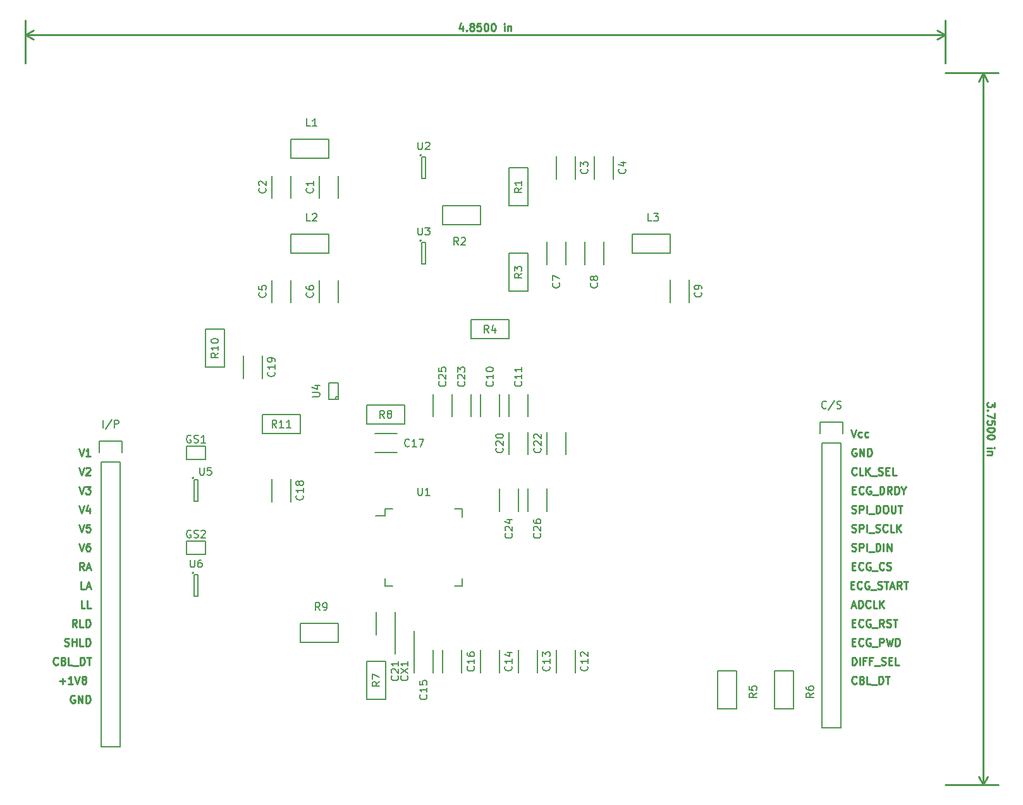
<source format=gbr>
G04 #@! TF.FileFunction,Legend,Top*
%FSLAX46Y46*%
G04 Gerber Fmt 4.6, Leading zero omitted, Abs format (unit mm)*
G04 Created by KiCad (PCBNEW 4.0.3+e1-6302~38~ubuntu16.04.1-stable) date Sat Sep 24 13:38:38 2016*
%MOMM*%
%LPD*%
G01*
G04 APERTURE LIST*
%ADD10C,0.100000*%
%ADD11C,0.250000*%
%ADD12C,0.150000*%
G04 APERTURE END LIST*
D10*
D11*
X92964286Y-111260000D02*
X92869048Y-111212381D01*
X92726191Y-111212381D01*
X92583333Y-111260000D01*
X92488095Y-111355238D01*
X92440476Y-111450476D01*
X92392857Y-111640952D01*
X92392857Y-111783810D01*
X92440476Y-111974286D01*
X92488095Y-112069524D01*
X92583333Y-112164762D01*
X92726191Y-112212381D01*
X92821429Y-112212381D01*
X92964286Y-112164762D01*
X93011905Y-112117143D01*
X93011905Y-111783810D01*
X92821429Y-111783810D01*
X93440476Y-112212381D02*
X93440476Y-111212381D01*
X94011905Y-112212381D01*
X94011905Y-111212381D01*
X94488095Y-112212381D02*
X94488095Y-111212381D01*
X94726190Y-111212381D01*
X94869048Y-111260000D01*
X94964286Y-111355238D01*
X95011905Y-111450476D01*
X95059524Y-111640952D01*
X95059524Y-111783810D01*
X95011905Y-111974286D01*
X94964286Y-112069524D01*
X94869048Y-112164762D01*
X94726190Y-112212381D01*
X94488095Y-112212381D01*
X90948095Y-109291429D02*
X91710000Y-109291429D01*
X91329048Y-109672381D02*
X91329048Y-108910476D01*
X92710000Y-109672381D02*
X92138571Y-109672381D01*
X92424285Y-109672381D02*
X92424285Y-108672381D01*
X92329047Y-108815238D01*
X92233809Y-108910476D01*
X92138571Y-108958095D01*
X92995714Y-108672381D02*
X93329047Y-109672381D01*
X93662381Y-108672381D01*
X94138571Y-109100952D02*
X94043333Y-109053333D01*
X93995714Y-109005714D01*
X93948095Y-108910476D01*
X93948095Y-108862857D01*
X93995714Y-108767619D01*
X94043333Y-108720000D01*
X94138571Y-108672381D01*
X94329048Y-108672381D01*
X94424286Y-108720000D01*
X94471905Y-108767619D01*
X94519524Y-108862857D01*
X94519524Y-108910476D01*
X94471905Y-109005714D01*
X94424286Y-109053333D01*
X94329048Y-109100952D01*
X94138571Y-109100952D01*
X94043333Y-109148571D01*
X93995714Y-109196190D01*
X93948095Y-109291429D01*
X93948095Y-109481905D01*
X93995714Y-109577143D01*
X94043333Y-109624762D01*
X94138571Y-109672381D01*
X94329048Y-109672381D01*
X94424286Y-109624762D01*
X94471905Y-109577143D01*
X94519524Y-109481905D01*
X94519524Y-109291429D01*
X94471905Y-109196190D01*
X94424286Y-109148571D01*
X94329048Y-109100952D01*
X90726190Y-107037143D02*
X90678571Y-107084762D01*
X90535714Y-107132381D01*
X90440476Y-107132381D01*
X90297618Y-107084762D01*
X90202380Y-106989524D01*
X90154761Y-106894286D01*
X90107142Y-106703810D01*
X90107142Y-106560952D01*
X90154761Y-106370476D01*
X90202380Y-106275238D01*
X90297618Y-106180000D01*
X90440476Y-106132381D01*
X90535714Y-106132381D01*
X90678571Y-106180000D01*
X90726190Y-106227619D01*
X91488095Y-106608571D02*
X91630952Y-106656190D01*
X91678571Y-106703810D01*
X91726190Y-106799048D01*
X91726190Y-106941905D01*
X91678571Y-107037143D01*
X91630952Y-107084762D01*
X91535714Y-107132381D01*
X91154761Y-107132381D01*
X91154761Y-106132381D01*
X91488095Y-106132381D01*
X91583333Y-106180000D01*
X91630952Y-106227619D01*
X91678571Y-106322857D01*
X91678571Y-106418095D01*
X91630952Y-106513333D01*
X91583333Y-106560952D01*
X91488095Y-106608571D01*
X91154761Y-106608571D01*
X92630952Y-107132381D02*
X92154761Y-107132381D01*
X92154761Y-106132381D01*
X92726190Y-107227619D02*
X93488095Y-107227619D01*
X93726190Y-107132381D02*
X93726190Y-106132381D01*
X93964285Y-106132381D01*
X94107143Y-106180000D01*
X94202381Y-106275238D01*
X94250000Y-106370476D01*
X94297619Y-106560952D01*
X94297619Y-106703810D01*
X94250000Y-106894286D01*
X94202381Y-106989524D01*
X94107143Y-107084762D01*
X93964285Y-107132381D01*
X93726190Y-107132381D01*
X94583333Y-106132381D02*
X95154762Y-106132381D01*
X94869047Y-107132381D02*
X94869047Y-106132381D01*
X91630952Y-104544762D02*
X91773809Y-104592381D01*
X92011905Y-104592381D01*
X92107143Y-104544762D01*
X92154762Y-104497143D01*
X92202381Y-104401905D01*
X92202381Y-104306667D01*
X92154762Y-104211429D01*
X92107143Y-104163810D01*
X92011905Y-104116190D01*
X91821428Y-104068571D01*
X91726190Y-104020952D01*
X91678571Y-103973333D01*
X91630952Y-103878095D01*
X91630952Y-103782857D01*
X91678571Y-103687619D01*
X91726190Y-103640000D01*
X91821428Y-103592381D01*
X92059524Y-103592381D01*
X92202381Y-103640000D01*
X92630952Y-104592381D02*
X92630952Y-103592381D01*
X92630952Y-104068571D02*
X93202381Y-104068571D01*
X93202381Y-104592381D02*
X93202381Y-103592381D01*
X94154762Y-104592381D02*
X93678571Y-104592381D01*
X93678571Y-103592381D01*
X94488095Y-104592381D02*
X94488095Y-103592381D01*
X94726190Y-103592381D01*
X94869048Y-103640000D01*
X94964286Y-103735238D01*
X95011905Y-103830476D01*
X95059524Y-104020952D01*
X95059524Y-104163810D01*
X95011905Y-104354286D01*
X94964286Y-104449524D01*
X94869048Y-104544762D01*
X94726190Y-104592381D01*
X94488095Y-104592381D01*
X93250000Y-102052381D02*
X92916666Y-101576190D01*
X92678571Y-102052381D02*
X92678571Y-101052381D01*
X93059524Y-101052381D01*
X93154762Y-101100000D01*
X93202381Y-101147619D01*
X93250000Y-101242857D01*
X93250000Y-101385714D01*
X93202381Y-101480952D01*
X93154762Y-101528571D01*
X93059524Y-101576190D01*
X92678571Y-101576190D01*
X94154762Y-102052381D02*
X93678571Y-102052381D01*
X93678571Y-101052381D01*
X94488095Y-102052381D02*
X94488095Y-101052381D01*
X94726190Y-101052381D01*
X94869048Y-101100000D01*
X94964286Y-101195238D01*
X95011905Y-101290476D01*
X95059524Y-101480952D01*
X95059524Y-101623810D01*
X95011905Y-101814286D01*
X94964286Y-101909524D01*
X94869048Y-102004762D01*
X94726190Y-102052381D01*
X94488095Y-102052381D01*
X94345238Y-99512381D02*
X93869047Y-99512381D01*
X93869047Y-98512381D01*
X95154762Y-99512381D02*
X94678571Y-99512381D01*
X94678571Y-98512381D01*
X94297619Y-96972381D02*
X93821428Y-96972381D01*
X93821428Y-95972381D01*
X94583333Y-96686667D02*
X95059524Y-96686667D01*
X94488095Y-96972381D02*
X94821428Y-95972381D01*
X95154762Y-96972381D01*
X94202381Y-94432381D02*
X93869047Y-93956190D01*
X93630952Y-94432381D02*
X93630952Y-93432381D01*
X94011905Y-93432381D01*
X94107143Y-93480000D01*
X94154762Y-93527619D01*
X94202381Y-93622857D01*
X94202381Y-93765714D01*
X94154762Y-93860952D01*
X94107143Y-93908571D01*
X94011905Y-93956190D01*
X93630952Y-93956190D01*
X94583333Y-94146667D02*
X95059524Y-94146667D01*
X94488095Y-94432381D02*
X94821428Y-93432381D01*
X95154762Y-94432381D01*
X93535714Y-90892381D02*
X93869047Y-91892381D01*
X94202381Y-90892381D01*
X94964286Y-90892381D02*
X94773809Y-90892381D01*
X94678571Y-90940000D01*
X94630952Y-90987619D01*
X94535714Y-91130476D01*
X94488095Y-91320952D01*
X94488095Y-91701905D01*
X94535714Y-91797143D01*
X94583333Y-91844762D01*
X94678571Y-91892381D01*
X94869048Y-91892381D01*
X94964286Y-91844762D01*
X95011905Y-91797143D01*
X95059524Y-91701905D01*
X95059524Y-91463810D01*
X95011905Y-91368571D01*
X94964286Y-91320952D01*
X94869048Y-91273333D01*
X94678571Y-91273333D01*
X94583333Y-91320952D01*
X94535714Y-91368571D01*
X94488095Y-91463810D01*
X93535714Y-88352381D02*
X93869047Y-89352381D01*
X94202381Y-88352381D01*
X95011905Y-88352381D02*
X94535714Y-88352381D01*
X94488095Y-88828571D01*
X94535714Y-88780952D01*
X94630952Y-88733333D01*
X94869048Y-88733333D01*
X94964286Y-88780952D01*
X95011905Y-88828571D01*
X95059524Y-88923810D01*
X95059524Y-89161905D01*
X95011905Y-89257143D01*
X94964286Y-89304762D01*
X94869048Y-89352381D01*
X94630952Y-89352381D01*
X94535714Y-89304762D01*
X94488095Y-89257143D01*
X93535714Y-85812381D02*
X93869047Y-86812381D01*
X94202381Y-85812381D01*
X94964286Y-86145714D02*
X94964286Y-86812381D01*
X94726190Y-85764762D02*
X94488095Y-86479048D01*
X95107143Y-86479048D01*
X93535714Y-83272381D02*
X93869047Y-84272381D01*
X94202381Y-83272381D01*
X94440476Y-83272381D02*
X95059524Y-83272381D01*
X94726190Y-83653333D01*
X94869048Y-83653333D01*
X94964286Y-83700952D01*
X95011905Y-83748571D01*
X95059524Y-83843810D01*
X95059524Y-84081905D01*
X95011905Y-84177143D01*
X94964286Y-84224762D01*
X94869048Y-84272381D01*
X94583333Y-84272381D01*
X94488095Y-84224762D01*
X94440476Y-84177143D01*
X93535714Y-80732381D02*
X93869047Y-81732381D01*
X94202381Y-80732381D01*
X94488095Y-80827619D02*
X94535714Y-80780000D01*
X94630952Y-80732381D01*
X94869048Y-80732381D01*
X94964286Y-80780000D01*
X95011905Y-80827619D01*
X95059524Y-80922857D01*
X95059524Y-81018095D01*
X95011905Y-81160952D01*
X94440476Y-81732381D01*
X95059524Y-81732381D01*
X93535714Y-78192381D02*
X93869047Y-79192381D01*
X94202381Y-78192381D01*
X95059524Y-79192381D02*
X94488095Y-79192381D01*
X94773809Y-79192381D02*
X94773809Y-78192381D01*
X94678571Y-78335238D01*
X94583333Y-78430476D01*
X94488095Y-78478095D01*
X216177619Y-72017381D02*
X216177619Y-72636429D01*
X215796667Y-72303095D01*
X215796667Y-72445953D01*
X215749048Y-72541191D01*
X215701429Y-72588810D01*
X215606190Y-72636429D01*
X215368095Y-72636429D01*
X215272857Y-72588810D01*
X215225238Y-72541191D01*
X215177619Y-72445953D01*
X215177619Y-72160238D01*
X215225238Y-72065000D01*
X215272857Y-72017381D01*
X215272857Y-73065000D02*
X215225238Y-73112619D01*
X215177619Y-73065000D01*
X215225238Y-73017381D01*
X215272857Y-73065000D01*
X215177619Y-73065000D01*
X216177619Y-73445952D02*
X216177619Y-74112619D01*
X215177619Y-73684047D01*
X216177619Y-74969762D02*
X216177619Y-74493571D01*
X215701429Y-74445952D01*
X215749048Y-74493571D01*
X215796667Y-74588809D01*
X215796667Y-74826905D01*
X215749048Y-74922143D01*
X215701429Y-74969762D01*
X215606190Y-75017381D01*
X215368095Y-75017381D01*
X215272857Y-74969762D01*
X215225238Y-74922143D01*
X215177619Y-74826905D01*
X215177619Y-74588809D01*
X215225238Y-74493571D01*
X215272857Y-74445952D01*
X216177619Y-75636428D02*
X216177619Y-75731667D01*
X216130000Y-75826905D01*
X216082381Y-75874524D01*
X215987143Y-75922143D01*
X215796667Y-75969762D01*
X215558571Y-75969762D01*
X215368095Y-75922143D01*
X215272857Y-75874524D01*
X215225238Y-75826905D01*
X215177619Y-75731667D01*
X215177619Y-75636428D01*
X215225238Y-75541190D01*
X215272857Y-75493571D01*
X215368095Y-75445952D01*
X215558571Y-75398333D01*
X215796667Y-75398333D01*
X215987143Y-75445952D01*
X216082381Y-75493571D01*
X216130000Y-75541190D01*
X216177619Y-75636428D01*
X216177619Y-76588809D02*
X216177619Y-76684048D01*
X216130000Y-76779286D01*
X216082381Y-76826905D01*
X215987143Y-76874524D01*
X215796667Y-76922143D01*
X215558571Y-76922143D01*
X215368095Y-76874524D01*
X215272857Y-76826905D01*
X215225238Y-76779286D01*
X215177619Y-76684048D01*
X215177619Y-76588809D01*
X215225238Y-76493571D01*
X215272857Y-76445952D01*
X215368095Y-76398333D01*
X215558571Y-76350714D01*
X215796667Y-76350714D01*
X215987143Y-76398333D01*
X216082381Y-76445952D01*
X216130000Y-76493571D01*
X216177619Y-76588809D01*
X215177619Y-78112619D02*
X215844286Y-78112619D01*
X216177619Y-78112619D02*
X216130000Y-78065000D01*
X216082381Y-78112619D01*
X216130000Y-78160238D01*
X216177619Y-78112619D01*
X216082381Y-78112619D01*
X215844286Y-78588809D02*
X215177619Y-78588809D01*
X215749048Y-78588809D02*
X215796667Y-78636428D01*
X215844286Y-78731666D01*
X215844286Y-78874524D01*
X215796667Y-78969762D01*
X215701429Y-79017381D01*
X215177619Y-79017381D01*
X214630000Y-27940000D02*
X214630000Y-123190000D01*
X209550000Y-27940000D02*
X216630000Y-27940000D01*
X209550000Y-123190000D02*
X216630000Y-123190000D01*
X214630000Y-123190000D02*
X214043579Y-122063496D01*
X214630000Y-123190000D02*
X215216421Y-122063496D01*
X214630000Y-27940000D02*
X214043579Y-29066504D01*
X214630000Y-27940000D02*
X215216421Y-29066504D01*
X144931191Y-21645714D02*
X144931191Y-22312381D01*
X144693095Y-21264762D02*
X144455000Y-21979048D01*
X145074048Y-21979048D01*
X145455000Y-22217143D02*
X145502619Y-22264762D01*
X145455000Y-22312381D01*
X145407381Y-22264762D01*
X145455000Y-22217143D01*
X145455000Y-22312381D01*
X146074047Y-21740952D02*
X145978809Y-21693333D01*
X145931190Y-21645714D01*
X145883571Y-21550476D01*
X145883571Y-21502857D01*
X145931190Y-21407619D01*
X145978809Y-21360000D01*
X146074047Y-21312381D01*
X146264524Y-21312381D01*
X146359762Y-21360000D01*
X146407381Y-21407619D01*
X146455000Y-21502857D01*
X146455000Y-21550476D01*
X146407381Y-21645714D01*
X146359762Y-21693333D01*
X146264524Y-21740952D01*
X146074047Y-21740952D01*
X145978809Y-21788571D01*
X145931190Y-21836190D01*
X145883571Y-21931429D01*
X145883571Y-22121905D01*
X145931190Y-22217143D01*
X145978809Y-22264762D01*
X146074047Y-22312381D01*
X146264524Y-22312381D01*
X146359762Y-22264762D01*
X146407381Y-22217143D01*
X146455000Y-22121905D01*
X146455000Y-21931429D01*
X146407381Y-21836190D01*
X146359762Y-21788571D01*
X146264524Y-21740952D01*
X147359762Y-21312381D02*
X146883571Y-21312381D01*
X146835952Y-21788571D01*
X146883571Y-21740952D01*
X146978809Y-21693333D01*
X147216905Y-21693333D01*
X147312143Y-21740952D01*
X147359762Y-21788571D01*
X147407381Y-21883810D01*
X147407381Y-22121905D01*
X147359762Y-22217143D01*
X147312143Y-22264762D01*
X147216905Y-22312381D01*
X146978809Y-22312381D01*
X146883571Y-22264762D01*
X146835952Y-22217143D01*
X148026428Y-21312381D02*
X148121667Y-21312381D01*
X148216905Y-21360000D01*
X148264524Y-21407619D01*
X148312143Y-21502857D01*
X148359762Y-21693333D01*
X148359762Y-21931429D01*
X148312143Y-22121905D01*
X148264524Y-22217143D01*
X148216905Y-22264762D01*
X148121667Y-22312381D01*
X148026428Y-22312381D01*
X147931190Y-22264762D01*
X147883571Y-22217143D01*
X147835952Y-22121905D01*
X147788333Y-21931429D01*
X147788333Y-21693333D01*
X147835952Y-21502857D01*
X147883571Y-21407619D01*
X147931190Y-21360000D01*
X148026428Y-21312381D01*
X148978809Y-21312381D02*
X149074048Y-21312381D01*
X149169286Y-21360000D01*
X149216905Y-21407619D01*
X149264524Y-21502857D01*
X149312143Y-21693333D01*
X149312143Y-21931429D01*
X149264524Y-22121905D01*
X149216905Y-22217143D01*
X149169286Y-22264762D01*
X149074048Y-22312381D01*
X148978809Y-22312381D01*
X148883571Y-22264762D01*
X148835952Y-22217143D01*
X148788333Y-22121905D01*
X148740714Y-21931429D01*
X148740714Y-21693333D01*
X148788333Y-21502857D01*
X148835952Y-21407619D01*
X148883571Y-21360000D01*
X148978809Y-21312381D01*
X150502619Y-22312381D02*
X150502619Y-21645714D01*
X150502619Y-21312381D02*
X150455000Y-21360000D01*
X150502619Y-21407619D01*
X150550238Y-21360000D01*
X150502619Y-21312381D01*
X150502619Y-21407619D01*
X150978809Y-21645714D02*
X150978809Y-22312381D01*
X150978809Y-21740952D02*
X151026428Y-21693333D01*
X151121666Y-21645714D01*
X151264524Y-21645714D01*
X151359762Y-21693333D01*
X151407381Y-21788571D01*
X151407381Y-22312381D01*
X86360000Y-22860000D02*
X209550000Y-22860000D01*
X86360000Y-26670000D02*
X86360000Y-20860000D01*
X209550000Y-26670000D02*
X209550000Y-20860000D01*
X209550000Y-22860000D02*
X208423496Y-23446421D01*
X209550000Y-22860000D02*
X208423496Y-22273579D01*
X86360000Y-22860000D02*
X87486504Y-23446421D01*
X86360000Y-22860000D02*
X87486504Y-22273579D01*
X197659524Y-109577143D02*
X197611905Y-109624762D01*
X197469048Y-109672381D01*
X197373810Y-109672381D01*
X197230952Y-109624762D01*
X197135714Y-109529524D01*
X197088095Y-109434286D01*
X197040476Y-109243810D01*
X197040476Y-109100952D01*
X197088095Y-108910476D01*
X197135714Y-108815238D01*
X197230952Y-108720000D01*
X197373810Y-108672381D01*
X197469048Y-108672381D01*
X197611905Y-108720000D01*
X197659524Y-108767619D01*
X198421429Y-109148571D02*
X198564286Y-109196190D01*
X198611905Y-109243810D01*
X198659524Y-109339048D01*
X198659524Y-109481905D01*
X198611905Y-109577143D01*
X198564286Y-109624762D01*
X198469048Y-109672381D01*
X198088095Y-109672381D01*
X198088095Y-108672381D01*
X198421429Y-108672381D01*
X198516667Y-108720000D01*
X198564286Y-108767619D01*
X198611905Y-108862857D01*
X198611905Y-108958095D01*
X198564286Y-109053333D01*
X198516667Y-109100952D01*
X198421429Y-109148571D01*
X198088095Y-109148571D01*
X199564286Y-109672381D02*
X199088095Y-109672381D01*
X199088095Y-108672381D01*
X199659524Y-109767619D02*
X200421429Y-109767619D01*
X200659524Y-109672381D02*
X200659524Y-108672381D01*
X200897619Y-108672381D01*
X201040477Y-108720000D01*
X201135715Y-108815238D01*
X201183334Y-108910476D01*
X201230953Y-109100952D01*
X201230953Y-109243810D01*
X201183334Y-109434286D01*
X201135715Y-109529524D01*
X201040477Y-109624762D01*
X200897619Y-109672381D01*
X200659524Y-109672381D01*
X201516667Y-108672381D02*
X202088096Y-108672381D01*
X201802381Y-109672381D02*
X201802381Y-108672381D01*
X197088095Y-107132381D02*
X197088095Y-106132381D01*
X197326190Y-106132381D01*
X197469048Y-106180000D01*
X197564286Y-106275238D01*
X197611905Y-106370476D01*
X197659524Y-106560952D01*
X197659524Y-106703810D01*
X197611905Y-106894286D01*
X197564286Y-106989524D01*
X197469048Y-107084762D01*
X197326190Y-107132381D01*
X197088095Y-107132381D01*
X198088095Y-107132381D02*
X198088095Y-106132381D01*
X198897619Y-106608571D02*
X198564285Y-106608571D01*
X198564285Y-107132381D02*
X198564285Y-106132381D01*
X199040476Y-106132381D01*
X199754762Y-106608571D02*
X199421428Y-106608571D01*
X199421428Y-107132381D02*
X199421428Y-106132381D01*
X199897619Y-106132381D01*
X200040476Y-107227619D02*
X200802381Y-107227619D01*
X200992857Y-107084762D02*
X201135714Y-107132381D01*
X201373810Y-107132381D01*
X201469048Y-107084762D01*
X201516667Y-107037143D01*
X201564286Y-106941905D01*
X201564286Y-106846667D01*
X201516667Y-106751429D01*
X201469048Y-106703810D01*
X201373810Y-106656190D01*
X201183333Y-106608571D01*
X201088095Y-106560952D01*
X201040476Y-106513333D01*
X200992857Y-106418095D01*
X200992857Y-106322857D01*
X201040476Y-106227619D01*
X201088095Y-106180000D01*
X201183333Y-106132381D01*
X201421429Y-106132381D01*
X201564286Y-106180000D01*
X201992857Y-106608571D02*
X202326191Y-106608571D01*
X202469048Y-107132381D02*
X201992857Y-107132381D01*
X201992857Y-106132381D01*
X202469048Y-106132381D01*
X203373810Y-107132381D02*
X202897619Y-107132381D01*
X202897619Y-106132381D01*
X197088095Y-104068571D02*
X197421429Y-104068571D01*
X197564286Y-104592381D02*
X197088095Y-104592381D01*
X197088095Y-103592381D01*
X197564286Y-103592381D01*
X198564286Y-104497143D02*
X198516667Y-104544762D01*
X198373810Y-104592381D01*
X198278572Y-104592381D01*
X198135714Y-104544762D01*
X198040476Y-104449524D01*
X197992857Y-104354286D01*
X197945238Y-104163810D01*
X197945238Y-104020952D01*
X197992857Y-103830476D01*
X198040476Y-103735238D01*
X198135714Y-103640000D01*
X198278572Y-103592381D01*
X198373810Y-103592381D01*
X198516667Y-103640000D01*
X198564286Y-103687619D01*
X199516667Y-103640000D02*
X199421429Y-103592381D01*
X199278572Y-103592381D01*
X199135714Y-103640000D01*
X199040476Y-103735238D01*
X198992857Y-103830476D01*
X198945238Y-104020952D01*
X198945238Y-104163810D01*
X198992857Y-104354286D01*
X199040476Y-104449524D01*
X199135714Y-104544762D01*
X199278572Y-104592381D01*
X199373810Y-104592381D01*
X199516667Y-104544762D01*
X199564286Y-104497143D01*
X199564286Y-104163810D01*
X199373810Y-104163810D01*
X199754762Y-104687619D02*
X200516667Y-104687619D01*
X200754762Y-104592381D02*
X200754762Y-103592381D01*
X201135715Y-103592381D01*
X201230953Y-103640000D01*
X201278572Y-103687619D01*
X201326191Y-103782857D01*
X201326191Y-103925714D01*
X201278572Y-104020952D01*
X201230953Y-104068571D01*
X201135715Y-104116190D01*
X200754762Y-104116190D01*
X201659524Y-103592381D02*
X201897619Y-104592381D01*
X202088096Y-103878095D01*
X202278572Y-104592381D01*
X202516667Y-103592381D01*
X202897619Y-104592381D02*
X202897619Y-103592381D01*
X203135714Y-103592381D01*
X203278572Y-103640000D01*
X203373810Y-103735238D01*
X203421429Y-103830476D01*
X203469048Y-104020952D01*
X203469048Y-104163810D01*
X203421429Y-104354286D01*
X203373810Y-104449524D01*
X203278572Y-104544762D01*
X203135714Y-104592381D01*
X202897619Y-104592381D01*
X197088095Y-101528571D02*
X197421429Y-101528571D01*
X197564286Y-102052381D02*
X197088095Y-102052381D01*
X197088095Y-101052381D01*
X197564286Y-101052381D01*
X198564286Y-101957143D02*
X198516667Y-102004762D01*
X198373810Y-102052381D01*
X198278572Y-102052381D01*
X198135714Y-102004762D01*
X198040476Y-101909524D01*
X197992857Y-101814286D01*
X197945238Y-101623810D01*
X197945238Y-101480952D01*
X197992857Y-101290476D01*
X198040476Y-101195238D01*
X198135714Y-101100000D01*
X198278572Y-101052381D01*
X198373810Y-101052381D01*
X198516667Y-101100000D01*
X198564286Y-101147619D01*
X199516667Y-101100000D02*
X199421429Y-101052381D01*
X199278572Y-101052381D01*
X199135714Y-101100000D01*
X199040476Y-101195238D01*
X198992857Y-101290476D01*
X198945238Y-101480952D01*
X198945238Y-101623810D01*
X198992857Y-101814286D01*
X199040476Y-101909524D01*
X199135714Y-102004762D01*
X199278572Y-102052381D01*
X199373810Y-102052381D01*
X199516667Y-102004762D01*
X199564286Y-101957143D01*
X199564286Y-101623810D01*
X199373810Y-101623810D01*
X199754762Y-102147619D02*
X200516667Y-102147619D01*
X201326191Y-102052381D02*
X200992857Y-101576190D01*
X200754762Y-102052381D02*
X200754762Y-101052381D01*
X201135715Y-101052381D01*
X201230953Y-101100000D01*
X201278572Y-101147619D01*
X201326191Y-101242857D01*
X201326191Y-101385714D01*
X201278572Y-101480952D01*
X201230953Y-101528571D01*
X201135715Y-101576190D01*
X200754762Y-101576190D01*
X201707143Y-102004762D02*
X201850000Y-102052381D01*
X202088096Y-102052381D01*
X202183334Y-102004762D01*
X202230953Y-101957143D01*
X202278572Y-101861905D01*
X202278572Y-101766667D01*
X202230953Y-101671429D01*
X202183334Y-101623810D01*
X202088096Y-101576190D01*
X201897619Y-101528571D01*
X201802381Y-101480952D01*
X201754762Y-101433333D01*
X201707143Y-101338095D01*
X201707143Y-101242857D01*
X201754762Y-101147619D01*
X201802381Y-101100000D01*
X201897619Y-101052381D01*
X202135715Y-101052381D01*
X202278572Y-101100000D01*
X202564286Y-101052381D02*
X203135715Y-101052381D01*
X202850000Y-102052381D02*
X202850000Y-101052381D01*
X197040476Y-99226667D02*
X197516667Y-99226667D01*
X196945238Y-99512381D02*
X197278571Y-98512381D01*
X197611905Y-99512381D01*
X197945238Y-99512381D02*
X197945238Y-98512381D01*
X198183333Y-98512381D01*
X198326191Y-98560000D01*
X198421429Y-98655238D01*
X198469048Y-98750476D01*
X198516667Y-98940952D01*
X198516667Y-99083810D01*
X198469048Y-99274286D01*
X198421429Y-99369524D01*
X198326191Y-99464762D01*
X198183333Y-99512381D01*
X197945238Y-99512381D01*
X199516667Y-99417143D02*
X199469048Y-99464762D01*
X199326191Y-99512381D01*
X199230953Y-99512381D01*
X199088095Y-99464762D01*
X198992857Y-99369524D01*
X198945238Y-99274286D01*
X198897619Y-99083810D01*
X198897619Y-98940952D01*
X198945238Y-98750476D01*
X198992857Y-98655238D01*
X199088095Y-98560000D01*
X199230953Y-98512381D01*
X199326191Y-98512381D01*
X199469048Y-98560000D01*
X199516667Y-98607619D01*
X200421429Y-99512381D02*
X199945238Y-99512381D01*
X199945238Y-98512381D01*
X200754762Y-99512381D02*
X200754762Y-98512381D01*
X201326191Y-99512381D02*
X200897619Y-98940952D01*
X201326191Y-98512381D02*
X200754762Y-99083810D01*
X196898095Y-96448571D02*
X197231429Y-96448571D01*
X197374286Y-96972381D02*
X196898095Y-96972381D01*
X196898095Y-95972381D01*
X197374286Y-95972381D01*
X198374286Y-96877143D02*
X198326667Y-96924762D01*
X198183810Y-96972381D01*
X198088572Y-96972381D01*
X197945714Y-96924762D01*
X197850476Y-96829524D01*
X197802857Y-96734286D01*
X197755238Y-96543810D01*
X197755238Y-96400952D01*
X197802857Y-96210476D01*
X197850476Y-96115238D01*
X197945714Y-96020000D01*
X198088572Y-95972381D01*
X198183810Y-95972381D01*
X198326667Y-96020000D01*
X198374286Y-96067619D01*
X199326667Y-96020000D02*
X199231429Y-95972381D01*
X199088572Y-95972381D01*
X198945714Y-96020000D01*
X198850476Y-96115238D01*
X198802857Y-96210476D01*
X198755238Y-96400952D01*
X198755238Y-96543810D01*
X198802857Y-96734286D01*
X198850476Y-96829524D01*
X198945714Y-96924762D01*
X199088572Y-96972381D01*
X199183810Y-96972381D01*
X199326667Y-96924762D01*
X199374286Y-96877143D01*
X199374286Y-96543810D01*
X199183810Y-96543810D01*
X199564762Y-97067619D02*
X200326667Y-97067619D01*
X200517143Y-96924762D02*
X200660000Y-96972381D01*
X200898096Y-96972381D01*
X200993334Y-96924762D01*
X201040953Y-96877143D01*
X201088572Y-96781905D01*
X201088572Y-96686667D01*
X201040953Y-96591429D01*
X200993334Y-96543810D01*
X200898096Y-96496190D01*
X200707619Y-96448571D01*
X200612381Y-96400952D01*
X200564762Y-96353333D01*
X200517143Y-96258095D01*
X200517143Y-96162857D01*
X200564762Y-96067619D01*
X200612381Y-96020000D01*
X200707619Y-95972381D01*
X200945715Y-95972381D01*
X201088572Y-96020000D01*
X201374286Y-95972381D02*
X201945715Y-95972381D01*
X201660000Y-96972381D02*
X201660000Y-95972381D01*
X202231429Y-96686667D02*
X202707620Y-96686667D01*
X202136191Y-96972381D02*
X202469524Y-95972381D01*
X202802858Y-96972381D01*
X203707620Y-96972381D02*
X203374286Y-96496190D01*
X203136191Y-96972381D02*
X203136191Y-95972381D01*
X203517144Y-95972381D01*
X203612382Y-96020000D01*
X203660001Y-96067619D01*
X203707620Y-96162857D01*
X203707620Y-96305714D01*
X203660001Y-96400952D01*
X203612382Y-96448571D01*
X203517144Y-96496190D01*
X203136191Y-96496190D01*
X203993334Y-95972381D02*
X204564763Y-95972381D01*
X204279048Y-96972381D02*
X204279048Y-95972381D01*
X197088095Y-93908571D02*
X197421429Y-93908571D01*
X197564286Y-94432381D02*
X197088095Y-94432381D01*
X197088095Y-93432381D01*
X197564286Y-93432381D01*
X198564286Y-94337143D02*
X198516667Y-94384762D01*
X198373810Y-94432381D01*
X198278572Y-94432381D01*
X198135714Y-94384762D01*
X198040476Y-94289524D01*
X197992857Y-94194286D01*
X197945238Y-94003810D01*
X197945238Y-93860952D01*
X197992857Y-93670476D01*
X198040476Y-93575238D01*
X198135714Y-93480000D01*
X198278572Y-93432381D01*
X198373810Y-93432381D01*
X198516667Y-93480000D01*
X198564286Y-93527619D01*
X199516667Y-93480000D02*
X199421429Y-93432381D01*
X199278572Y-93432381D01*
X199135714Y-93480000D01*
X199040476Y-93575238D01*
X198992857Y-93670476D01*
X198945238Y-93860952D01*
X198945238Y-94003810D01*
X198992857Y-94194286D01*
X199040476Y-94289524D01*
X199135714Y-94384762D01*
X199278572Y-94432381D01*
X199373810Y-94432381D01*
X199516667Y-94384762D01*
X199564286Y-94337143D01*
X199564286Y-94003810D01*
X199373810Y-94003810D01*
X199754762Y-94527619D02*
X200516667Y-94527619D01*
X201326191Y-94337143D02*
X201278572Y-94384762D01*
X201135715Y-94432381D01*
X201040477Y-94432381D01*
X200897619Y-94384762D01*
X200802381Y-94289524D01*
X200754762Y-94194286D01*
X200707143Y-94003810D01*
X200707143Y-93860952D01*
X200754762Y-93670476D01*
X200802381Y-93575238D01*
X200897619Y-93480000D01*
X201040477Y-93432381D01*
X201135715Y-93432381D01*
X201278572Y-93480000D01*
X201326191Y-93527619D01*
X201707143Y-94384762D02*
X201850000Y-94432381D01*
X202088096Y-94432381D01*
X202183334Y-94384762D01*
X202230953Y-94337143D01*
X202278572Y-94241905D01*
X202278572Y-94146667D01*
X202230953Y-94051429D01*
X202183334Y-94003810D01*
X202088096Y-93956190D01*
X201897619Y-93908571D01*
X201802381Y-93860952D01*
X201754762Y-93813333D01*
X201707143Y-93718095D01*
X201707143Y-93622857D01*
X201754762Y-93527619D01*
X201802381Y-93480000D01*
X201897619Y-93432381D01*
X202135715Y-93432381D01*
X202278572Y-93480000D01*
X197040476Y-91844762D02*
X197183333Y-91892381D01*
X197421429Y-91892381D01*
X197516667Y-91844762D01*
X197564286Y-91797143D01*
X197611905Y-91701905D01*
X197611905Y-91606667D01*
X197564286Y-91511429D01*
X197516667Y-91463810D01*
X197421429Y-91416190D01*
X197230952Y-91368571D01*
X197135714Y-91320952D01*
X197088095Y-91273333D01*
X197040476Y-91178095D01*
X197040476Y-91082857D01*
X197088095Y-90987619D01*
X197135714Y-90940000D01*
X197230952Y-90892381D01*
X197469048Y-90892381D01*
X197611905Y-90940000D01*
X198040476Y-91892381D02*
X198040476Y-90892381D01*
X198421429Y-90892381D01*
X198516667Y-90940000D01*
X198564286Y-90987619D01*
X198611905Y-91082857D01*
X198611905Y-91225714D01*
X198564286Y-91320952D01*
X198516667Y-91368571D01*
X198421429Y-91416190D01*
X198040476Y-91416190D01*
X199040476Y-91892381D02*
X199040476Y-90892381D01*
X199278571Y-91987619D02*
X200040476Y-91987619D01*
X200278571Y-91892381D02*
X200278571Y-90892381D01*
X200516666Y-90892381D01*
X200659524Y-90940000D01*
X200754762Y-91035238D01*
X200802381Y-91130476D01*
X200850000Y-91320952D01*
X200850000Y-91463810D01*
X200802381Y-91654286D01*
X200754762Y-91749524D01*
X200659524Y-91844762D01*
X200516666Y-91892381D01*
X200278571Y-91892381D01*
X201278571Y-91892381D02*
X201278571Y-90892381D01*
X201754761Y-91892381D02*
X201754761Y-90892381D01*
X202326190Y-91892381D01*
X202326190Y-90892381D01*
X197040476Y-89304762D02*
X197183333Y-89352381D01*
X197421429Y-89352381D01*
X197516667Y-89304762D01*
X197564286Y-89257143D01*
X197611905Y-89161905D01*
X197611905Y-89066667D01*
X197564286Y-88971429D01*
X197516667Y-88923810D01*
X197421429Y-88876190D01*
X197230952Y-88828571D01*
X197135714Y-88780952D01*
X197088095Y-88733333D01*
X197040476Y-88638095D01*
X197040476Y-88542857D01*
X197088095Y-88447619D01*
X197135714Y-88400000D01*
X197230952Y-88352381D01*
X197469048Y-88352381D01*
X197611905Y-88400000D01*
X198040476Y-89352381D02*
X198040476Y-88352381D01*
X198421429Y-88352381D01*
X198516667Y-88400000D01*
X198564286Y-88447619D01*
X198611905Y-88542857D01*
X198611905Y-88685714D01*
X198564286Y-88780952D01*
X198516667Y-88828571D01*
X198421429Y-88876190D01*
X198040476Y-88876190D01*
X199040476Y-89352381D02*
X199040476Y-88352381D01*
X199278571Y-89447619D02*
X200040476Y-89447619D01*
X200230952Y-89304762D02*
X200373809Y-89352381D01*
X200611905Y-89352381D01*
X200707143Y-89304762D01*
X200754762Y-89257143D01*
X200802381Y-89161905D01*
X200802381Y-89066667D01*
X200754762Y-88971429D01*
X200707143Y-88923810D01*
X200611905Y-88876190D01*
X200421428Y-88828571D01*
X200326190Y-88780952D01*
X200278571Y-88733333D01*
X200230952Y-88638095D01*
X200230952Y-88542857D01*
X200278571Y-88447619D01*
X200326190Y-88400000D01*
X200421428Y-88352381D01*
X200659524Y-88352381D01*
X200802381Y-88400000D01*
X201802381Y-89257143D02*
X201754762Y-89304762D01*
X201611905Y-89352381D01*
X201516667Y-89352381D01*
X201373809Y-89304762D01*
X201278571Y-89209524D01*
X201230952Y-89114286D01*
X201183333Y-88923810D01*
X201183333Y-88780952D01*
X201230952Y-88590476D01*
X201278571Y-88495238D01*
X201373809Y-88400000D01*
X201516667Y-88352381D01*
X201611905Y-88352381D01*
X201754762Y-88400000D01*
X201802381Y-88447619D01*
X202707143Y-89352381D02*
X202230952Y-89352381D01*
X202230952Y-88352381D01*
X203040476Y-89352381D02*
X203040476Y-88352381D01*
X203611905Y-89352381D02*
X203183333Y-88780952D01*
X203611905Y-88352381D02*
X203040476Y-88923810D01*
X197040476Y-86764762D02*
X197183333Y-86812381D01*
X197421429Y-86812381D01*
X197516667Y-86764762D01*
X197564286Y-86717143D01*
X197611905Y-86621905D01*
X197611905Y-86526667D01*
X197564286Y-86431429D01*
X197516667Y-86383810D01*
X197421429Y-86336190D01*
X197230952Y-86288571D01*
X197135714Y-86240952D01*
X197088095Y-86193333D01*
X197040476Y-86098095D01*
X197040476Y-86002857D01*
X197088095Y-85907619D01*
X197135714Y-85860000D01*
X197230952Y-85812381D01*
X197469048Y-85812381D01*
X197611905Y-85860000D01*
X198040476Y-86812381D02*
X198040476Y-85812381D01*
X198421429Y-85812381D01*
X198516667Y-85860000D01*
X198564286Y-85907619D01*
X198611905Y-86002857D01*
X198611905Y-86145714D01*
X198564286Y-86240952D01*
X198516667Y-86288571D01*
X198421429Y-86336190D01*
X198040476Y-86336190D01*
X199040476Y-86812381D02*
X199040476Y-85812381D01*
X199278571Y-86907619D02*
X200040476Y-86907619D01*
X200278571Y-86812381D02*
X200278571Y-85812381D01*
X200516666Y-85812381D01*
X200659524Y-85860000D01*
X200754762Y-85955238D01*
X200802381Y-86050476D01*
X200850000Y-86240952D01*
X200850000Y-86383810D01*
X200802381Y-86574286D01*
X200754762Y-86669524D01*
X200659524Y-86764762D01*
X200516666Y-86812381D01*
X200278571Y-86812381D01*
X201469047Y-85812381D02*
X201659524Y-85812381D01*
X201754762Y-85860000D01*
X201850000Y-85955238D01*
X201897619Y-86145714D01*
X201897619Y-86479048D01*
X201850000Y-86669524D01*
X201754762Y-86764762D01*
X201659524Y-86812381D01*
X201469047Y-86812381D01*
X201373809Y-86764762D01*
X201278571Y-86669524D01*
X201230952Y-86479048D01*
X201230952Y-86145714D01*
X201278571Y-85955238D01*
X201373809Y-85860000D01*
X201469047Y-85812381D01*
X202326190Y-85812381D02*
X202326190Y-86621905D01*
X202373809Y-86717143D01*
X202421428Y-86764762D01*
X202516666Y-86812381D01*
X202707143Y-86812381D01*
X202802381Y-86764762D01*
X202850000Y-86717143D01*
X202897619Y-86621905D01*
X202897619Y-85812381D01*
X203230952Y-85812381D02*
X203802381Y-85812381D01*
X203516666Y-86812381D02*
X203516666Y-85812381D01*
X197136190Y-83748571D02*
X197469524Y-83748571D01*
X197612381Y-84272381D02*
X197136190Y-84272381D01*
X197136190Y-83272381D01*
X197612381Y-83272381D01*
X198612381Y-84177143D02*
X198564762Y-84224762D01*
X198421905Y-84272381D01*
X198326667Y-84272381D01*
X198183809Y-84224762D01*
X198088571Y-84129524D01*
X198040952Y-84034286D01*
X197993333Y-83843810D01*
X197993333Y-83700952D01*
X198040952Y-83510476D01*
X198088571Y-83415238D01*
X198183809Y-83320000D01*
X198326667Y-83272381D01*
X198421905Y-83272381D01*
X198564762Y-83320000D01*
X198612381Y-83367619D01*
X199564762Y-83320000D02*
X199469524Y-83272381D01*
X199326667Y-83272381D01*
X199183809Y-83320000D01*
X199088571Y-83415238D01*
X199040952Y-83510476D01*
X198993333Y-83700952D01*
X198993333Y-83843810D01*
X199040952Y-84034286D01*
X199088571Y-84129524D01*
X199183809Y-84224762D01*
X199326667Y-84272381D01*
X199421905Y-84272381D01*
X199564762Y-84224762D01*
X199612381Y-84177143D01*
X199612381Y-83843810D01*
X199421905Y-83843810D01*
X199802857Y-84367619D02*
X200564762Y-84367619D01*
X200802857Y-84272381D02*
X200802857Y-83272381D01*
X201040952Y-83272381D01*
X201183810Y-83320000D01*
X201279048Y-83415238D01*
X201326667Y-83510476D01*
X201374286Y-83700952D01*
X201374286Y-83843810D01*
X201326667Y-84034286D01*
X201279048Y-84129524D01*
X201183810Y-84224762D01*
X201040952Y-84272381D01*
X200802857Y-84272381D01*
X202374286Y-84272381D02*
X202040952Y-83796190D01*
X201802857Y-84272381D02*
X201802857Y-83272381D01*
X202183810Y-83272381D01*
X202279048Y-83320000D01*
X202326667Y-83367619D01*
X202374286Y-83462857D01*
X202374286Y-83605714D01*
X202326667Y-83700952D01*
X202279048Y-83748571D01*
X202183810Y-83796190D01*
X201802857Y-83796190D01*
X202802857Y-84272381D02*
X202802857Y-83272381D01*
X203040952Y-83272381D01*
X203183810Y-83320000D01*
X203279048Y-83415238D01*
X203326667Y-83510476D01*
X203374286Y-83700952D01*
X203374286Y-83843810D01*
X203326667Y-84034286D01*
X203279048Y-84129524D01*
X203183810Y-84224762D01*
X203040952Y-84272381D01*
X202802857Y-84272381D01*
X203993333Y-83796190D02*
X203993333Y-84272381D01*
X203660000Y-83272381D02*
X203993333Y-83796190D01*
X204326667Y-83272381D01*
X197659524Y-81637143D02*
X197611905Y-81684762D01*
X197469048Y-81732381D01*
X197373810Y-81732381D01*
X197230952Y-81684762D01*
X197135714Y-81589524D01*
X197088095Y-81494286D01*
X197040476Y-81303810D01*
X197040476Y-81160952D01*
X197088095Y-80970476D01*
X197135714Y-80875238D01*
X197230952Y-80780000D01*
X197373810Y-80732381D01*
X197469048Y-80732381D01*
X197611905Y-80780000D01*
X197659524Y-80827619D01*
X198564286Y-81732381D02*
X198088095Y-81732381D01*
X198088095Y-80732381D01*
X198897619Y-81732381D02*
X198897619Y-80732381D01*
X199469048Y-81732381D02*
X199040476Y-81160952D01*
X199469048Y-80732381D02*
X198897619Y-81303810D01*
X199659524Y-81827619D02*
X200421429Y-81827619D01*
X200611905Y-81684762D02*
X200754762Y-81732381D01*
X200992858Y-81732381D01*
X201088096Y-81684762D01*
X201135715Y-81637143D01*
X201183334Y-81541905D01*
X201183334Y-81446667D01*
X201135715Y-81351429D01*
X201088096Y-81303810D01*
X200992858Y-81256190D01*
X200802381Y-81208571D01*
X200707143Y-81160952D01*
X200659524Y-81113333D01*
X200611905Y-81018095D01*
X200611905Y-80922857D01*
X200659524Y-80827619D01*
X200707143Y-80780000D01*
X200802381Y-80732381D01*
X201040477Y-80732381D01*
X201183334Y-80780000D01*
X201611905Y-81208571D02*
X201945239Y-81208571D01*
X202088096Y-81732381D02*
X201611905Y-81732381D01*
X201611905Y-80732381D01*
X202088096Y-80732381D01*
X202992858Y-81732381D02*
X202516667Y-81732381D01*
X202516667Y-80732381D01*
X197611905Y-78240000D02*
X197516667Y-78192381D01*
X197373810Y-78192381D01*
X197230952Y-78240000D01*
X197135714Y-78335238D01*
X197088095Y-78430476D01*
X197040476Y-78620952D01*
X197040476Y-78763810D01*
X197088095Y-78954286D01*
X197135714Y-79049524D01*
X197230952Y-79144762D01*
X197373810Y-79192381D01*
X197469048Y-79192381D01*
X197611905Y-79144762D01*
X197659524Y-79097143D01*
X197659524Y-78763810D01*
X197469048Y-78763810D01*
X198088095Y-79192381D02*
X198088095Y-78192381D01*
X198659524Y-79192381D01*
X198659524Y-78192381D01*
X199135714Y-79192381D02*
X199135714Y-78192381D01*
X199373809Y-78192381D01*
X199516667Y-78240000D01*
X199611905Y-78335238D01*
X199659524Y-78430476D01*
X199707143Y-78620952D01*
X199707143Y-78763810D01*
X199659524Y-78954286D01*
X199611905Y-79049524D01*
X199516667Y-79144762D01*
X199373809Y-79192381D01*
X199135714Y-79192381D01*
X196945238Y-75652381D02*
X197278571Y-76652381D01*
X197611905Y-75652381D01*
X198373810Y-76604762D02*
X198278572Y-76652381D01*
X198088095Y-76652381D01*
X197992857Y-76604762D01*
X197945238Y-76557143D01*
X197897619Y-76461905D01*
X197897619Y-76176190D01*
X197945238Y-76080952D01*
X197992857Y-76033333D01*
X198088095Y-75985714D01*
X198278572Y-75985714D01*
X198373810Y-76033333D01*
X199230953Y-76604762D02*
X199135715Y-76652381D01*
X198945238Y-76652381D01*
X198850000Y-76604762D01*
X198802381Y-76557143D01*
X198754762Y-76461905D01*
X198754762Y-76176190D01*
X198802381Y-76080952D01*
X198850000Y-76033333D01*
X198945238Y-75985714D01*
X199135715Y-75985714D01*
X199230953Y-76033333D01*
D12*
X125750000Y-44700000D02*
X125750000Y-41700000D01*
X128250000Y-41700000D02*
X128250000Y-44700000D01*
X119400000Y-44700000D02*
X119400000Y-41700000D01*
X121900000Y-41700000D02*
X121900000Y-44700000D01*
X160000000Y-39120000D02*
X160000000Y-42120000D01*
X157500000Y-42120000D02*
X157500000Y-39120000D01*
X165080000Y-39120000D02*
X165080000Y-42120000D01*
X162580000Y-42120000D02*
X162580000Y-39120000D01*
X119400000Y-58670000D02*
X119400000Y-55670000D01*
X121900000Y-55670000D02*
X121900000Y-58670000D01*
X125750000Y-58670000D02*
X125750000Y-55670000D01*
X128250000Y-55670000D02*
X128250000Y-58670000D01*
X158730000Y-50550000D02*
X158730000Y-53550000D01*
X156230000Y-53550000D02*
X156230000Y-50550000D01*
X163810000Y-50550000D02*
X163810000Y-53550000D01*
X161310000Y-53550000D02*
X161310000Y-50550000D01*
X175240000Y-55630000D02*
X175240000Y-58630000D01*
X172740000Y-58630000D02*
X172740000Y-55630000D01*
X147340000Y-73910000D02*
X147340000Y-70910000D01*
X149840000Y-70910000D02*
X149840000Y-73910000D01*
X151150000Y-73910000D02*
X151150000Y-70910000D01*
X153650000Y-70910000D02*
X153650000Y-73910000D01*
X160000000Y-105160000D02*
X160000000Y-108160000D01*
X157500000Y-108160000D02*
X157500000Y-105160000D01*
X154920000Y-105160000D02*
X154920000Y-108160000D01*
X152420000Y-108160000D02*
X152420000Y-105160000D01*
X149840000Y-105160000D02*
X149840000Y-108160000D01*
X147340000Y-108160000D02*
X147340000Y-105160000D01*
X140950000Y-105160000D02*
X140950000Y-108160000D01*
X138450000Y-108160000D02*
X138450000Y-105160000D01*
X144760000Y-105160000D02*
X144760000Y-108160000D01*
X142260000Y-108160000D02*
X142260000Y-105160000D01*
X136140000Y-78720000D02*
X133140000Y-78720000D01*
X133140000Y-76220000D02*
X136140000Y-76220000D01*
X121900000Y-82300000D02*
X121900000Y-85300000D01*
X119400000Y-85300000D02*
X119400000Y-82300000D01*
X118090000Y-65790000D02*
X118090000Y-68790000D01*
X115590000Y-68790000D02*
X115590000Y-65790000D01*
X107950000Y-79629000D02*
X110490000Y-79629000D01*
X110490000Y-77851000D02*
X107950000Y-77851000D01*
X110490000Y-77851000D02*
X110490000Y-79629000D01*
X107950000Y-79629000D02*
X107950000Y-77851000D01*
X107950000Y-92329000D02*
X110490000Y-92329000D01*
X110490000Y-90551000D02*
X107950000Y-90551000D01*
X110490000Y-90551000D02*
X110490000Y-92329000D01*
X107950000Y-92329000D02*
X107950000Y-90551000D01*
X121920000Y-36830000D02*
X127000000Y-36830000D01*
X127000000Y-36830000D02*
X127000000Y-39370000D01*
X127000000Y-39370000D02*
X121920000Y-39370000D01*
X121920000Y-39370000D02*
X121920000Y-36830000D01*
X121920000Y-49530000D02*
X127000000Y-49530000D01*
X127000000Y-49530000D02*
X127000000Y-52070000D01*
X127000000Y-52070000D02*
X121920000Y-52070000D01*
X121920000Y-52070000D02*
X121920000Y-49530000D01*
X167640000Y-49530000D02*
X172720000Y-49530000D01*
X172720000Y-49530000D02*
X172720000Y-52070000D01*
X172720000Y-52070000D02*
X167640000Y-52070000D01*
X167640000Y-52070000D02*
X167640000Y-49530000D01*
X193040000Y-77470000D02*
X193040000Y-115570000D01*
X193040000Y-115570000D02*
X195580000Y-115570000D01*
X195580000Y-115570000D02*
X195580000Y-77470000D01*
X195860000Y-74650000D02*
X195860000Y-76200000D01*
X195580000Y-77470000D02*
X193040000Y-77470000D01*
X192760000Y-76200000D02*
X192760000Y-74650000D01*
X192760000Y-74650000D02*
X195860000Y-74650000D01*
X153670000Y-40640000D02*
X153670000Y-45720000D01*
X153670000Y-45720000D02*
X151130000Y-45720000D01*
X151130000Y-45720000D02*
X151130000Y-40640000D01*
X151130000Y-40640000D02*
X153670000Y-40640000D01*
X147320000Y-48260000D02*
X142240000Y-48260000D01*
X142240000Y-48260000D02*
X142240000Y-45720000D01*
X142240000Y-45720000D02*
X147320000Y-45720000D01*
X147320000Y-45720000D02*
X147320000Y-48260000D01*
X153670000Y-52070000D02*
X153670000Y-57150000D01*
X153670000Y-57150000D02*
X151130000Y-57150000D01*
X151130000Y-57150000D02*
X151130000Y-52070000D01*
X151130000Y-52070000D02*
X153670000Y-52070000D01*
X151130000Y-63500000D02*
X146050000Y-63500000D01*
X146050000Y-63500000D02*
X146050000Y-60960000D01*
X146050000Y-60960000D02*
X151130000Y-60960000D01*
X151130000Y-60960000D02*
X151130000Y-63500000D01*
X181610000Y-107950000D02*
X181610000Y-113030000D01*
X181610000Y-113030000D02*
X179070000Y-113030000D01*
X179070000Y-113030000D02*
X179070000Y-107950000D01*
X179070000Y-107950000D02*
X181610000Y-107950000D01*
X189230000Y-107950000D02*
X189230000Y-113030000D01*
X189230000Y-113030000D02*
X186690000Y-113030000D01*
X186690000Y-113030000D02*
X186690000Y-107950000D01*
X186690000Y-107950000D02*
X189230000Y-107950000D01*
X134620000Y-106680000D02*
X134620000Y-111760000D01*
X134620000Y-111760000D02*
X132080000Y-111760000D01*
X132080000Y-111760000D02*
X132080000Y-106680000D01*
X132080000Y-106680000D02*
X134620000Y-106680000D01*
X137160000Y-74930000D02*
X132080000Y-74930000D01*
X132080000Y-74930000D02*
X132080000Y-72390000D01*
X132080000Y-72390000D02*
X137160000Y-72390000D01*
X137160000Y-72390000D02*
X137160000Y-74930000D01*
X123190000Y-101600000D02*
X128270000Y-101600000D01*
X128270000Y-101600000D02*
X128270000Y-104140000D01*
X128270000Y-104140000D02*
X123190000Y-104140000D01*
X123190000Y-104140000D02*
X123190000Y-101600000D01*
X113030000Y-62230000D02*
X113030000Y-67310000D01*
X113030000Y-67310000D02*
X110490000Y-67310000D01*
X110490000Y-67310000D02*
X110490000Y-62230000D01*
X110490000Y-62230000D02*
X113030000Y-62230000D01*
X123190000Y-76200000D02*
X118110000Y-76200000D01*
X118110000Y-76200000D02*
X118110000Y-73660000D01*
X118110000Y-73660000D02*
X123190000Y-73660000D01*
X123190000Y-73660000D02*
X123190000Y-76200000D01*
X134525000Y-86265000D02*
X134525000Y-87215000D01*
X144875000Y-86265000D02*
X144875000Y-87315000D01*
X144875000Y-96615000D02*
X144875000Y-95565000D01*
X134525000Y-96615000D02*
X134525000Y-95565000D01*
X134525000Y-86265000D02*
X135575000Y-86265000D01*
X134525000Y-96615000D02*
X135575000Y-96615000D01*
X144875000Y-96615000D02*
X143825000Y-96615000D01*
X144875000Y-86265000D02*
X143825000Y-86265000D01*
X134525000Y-87215000D02*
X133250000Y-87215000D01*
X139400000Y-38940000D02*
G75*
G03X139400000Y-38940000I-100000J0D01*
G01*
X139950000Y-39190000D02*
X139450000Y-39190000D01*
X139950000Y-42090000D02*
X139950000Y-39190000D01*
X139450000Y-42090000D02*
X139950000Y-42090000D01*
X139450000Y-39190000D02*
X139450000Y-42090000D01*
X139400000Y-50370000D02*
G75*
G03X139400000Y-50370000I-100000J0D01*
G01*
X139950000Y-50620000D02*
X139450000Y-50620000D01*
X139950000Y-53520000D02*
X139950000Y-50620000D01*
X139450000Y-53520000D02*
X139950000Y-53520000D01*
X139450000Y-50620000D02*
X139450000Y-53520000D01*
X127935000Y-71585000D02*
X127935000Y-71285000D01*
X127935000Y-71285000D02*
X128235000Y-71285000D01*
X127035000Y-69385000D02*
X127035000Y-71585000D01*
X127035000Y-71585000D02*
X128235000Y-71585000D01*
X128235000Y-71585000D02*
X128235000Y-69385000D01*
X128235000Y-69385000D02*
X127035000Y-69385000D01*
X108920000Y-82120000D02*
G75*
G03X108920000Y-82120000I-100000J0D01*
G01*
X109470000Y-82370000D02*
X108970000Y-82370000D01*
X109470000Y-85270000D02*
X109470000Y-82370000D01*
X108970000Y-85270000D02*
X109470000Y-85270000D01*
X108970000Y-82370000D02*
X108970000Y-85270000D01*
X108920000Y-94820000D02*
G75*
G03X108920000Y-94820000I-100000J0D01*
G01*
X109470000Y-95070000D02*
X108970000Y-95070000D01*
X109470000Y-97970000D02*
X109470000Y-95070000D01*
X108970000Y-97970000D02*
X109470000Y-97970000D01*
X108970000Y-95070000D02*
X108970000Y-97970000D01*
X151150000Y-78990000D02*
X151150000Y-75990000D01*
X153650000Y-75990000D02*
X153650000Y-78990000D01*
X135870000Y-100080000D02*
X135870000Y-103080000D01*
X133370000Y-103080000D02*
X133370000Y-100080000D01*
X156230000Y-78990000D02*
X156230000Y-75990000D01*
X158730000Y-75990000D02*
X158730000Y-78990000D01*
X143530000Y-73910000D02*
X143530000Y-70910000D01*
X146030000Y-70910000D02*
X146030000Y-73910000D01*
X152380000Y-83570000D02*
X152380000Y-86570000D01*
X149880000Y-86570000D02*
X149880000Y-83570000D01*
X140990000Y-73910000D02*
X140990000Y-70910000D01*
X143490000Y-70910000D02*
X143490000Y-73910000D01*
X156190000Y-83570000D02*
X156190000Y-86570000D01*
X153690000Y-86570000D02*
X153690000Y-83570000D01*
X138410000Y-102620000D02*
X138410000Y-105620000D01*
X135910000Y-105620000D02*
X135910000Y-102620000D01*
X96520000Y-80010000D02*
X96520000Y-118110000D01*
X96520000Y-118110000D02*
X99060000Y-118110000D01*
X99060000Y-118110000D02*
X99060000Y-80010000D01*
X99340000Y-77190000D02*
X99340000Y-78740000D01*
X99060000Y-80010000D02*
X96520000Y-80010000D01*
X96240000Y-78740000D02*
X96240000Y-77190000D01*
X96240000Y-77190000D02*
X99340000Y-77190000D01*
X124857143Y-43366666D02*
X124904762Y-43414285D01*
X124952381Y-43557142D01*
X124952381Y-43652380D01*
X124904762Y-43795238D01*
X124809524Y-43890476D01*
X124714286Y-43938095D01*
X124523810Y-43985714D01*
X124380952Y-43985714D01*
X124190476Y-43938095D01*
X124095238Y-43890476D01*
X124000000Y-43795238D01*
X123952381Y-43652380D01*
X123952381Y-43557142D01*
X124000000Y-43414285D01*
X124047619Y-43366666D01*
X124952381Y-42414285D02*
X124952381Y-42985714D01*
X124952381Y-42700000D02*
X123952381Y-42700000D01*
X124095238Y-42795238D01*
X124190476Y-42890476D01*
X124238095Y-42985714D01*
X118507143Y-43366666D02*
X118554762Y-43414285D01*
X118602381Y-43557142D01*
X118602381Y-43652380D01*
X118554762Y-43795238D01*
X118459524Y-43890476D01*
X118364286Y-43938095D01*
X118173810Y-43985714D01*
X118030952Y-43985714D01*
X117840476Y-43938095D01*
X117745238Y-43890476D01*
X117650000Y-43795238D01*
X117602381Y-43652380D01*
X117602381Y-43557142D01*
X117650000Y-43414285D01*
X117697619Y-43366666D01*
X117697619Y-42985714D02*
X117650000Y-42938095D01*
X117602381Y-42842857D01*
X117602381Y-42604761D01*
X117650000Y-42509523D01*
X117697619Y-42461904D01*
X117792857Y-42414285D01*
X117888095Y-42414285D01*
X118030952Y-42461904D01*
X118602381Y-43033333D01*
X118602381Y-42414285D01*
X161607143Y-40786666D02*
X161654762Y-40834285D01*
X161702381Y-40977142D01*
X161702381Y-41072380D01*
X161654762Y-41215238D01*
X161559524Y-41310476D01*
X161464286Y-41358095D01*
X161273810Y-41405714D01*
X161130952Y-41405714D01*
X160940476Y-41358095D01*
X160845238Y-41310476D01*
X160750000Y-41215238D01*
X160702381Y-41072380D01*
X160702381Y-40977142D01*
X160750000Y-40834285D01*
X160797619Y-40786666D01*
X160702381Y-40453333D02*
X160702381Y-39834285D01*
X161083333Y-40167619D01*
X161083333Y-40024761D01*
X161130952Y-39929523D01*
X161178571Y-39881904D01*
X161273810Y-39834285D01*
X161511905Y-39834285D01*
X161607143Y-39881904D01*
X161654762Y-39929523D01*
X161702381Y-40024761D01*
X161702381Y-40310476D01*
X161654762Y-40405714D01*
X161607143Y-40453333D01*
X166687143Y-40786666D02*
X166734762Y-40834285D01*
X166782381Y-40977142D01*
X166782381Y-41072380D01*
X166734762Y-41215238D01*
X166639524Y-41310476D01*
X166544286Y-41358095D01*
X166353810Y-41405714D01*
X166210952Y-41405714D01*
X166020476Y-41358095D01*
X165925238Y-41310476D01*
X165830000Y-41215238D01*
X165782381Y-41072380D01*
X165782381Y-40977142D01*
X165830000Y-40834285D01*
X165877619Y-40786666D01*
X166115714Y-39929523D02*
X166782381Y-39929523D01*
X165734762Y-40167619D02*
X166449048Y-40405714D01*
X166449048Y-39786666D01*
X118507143Y-57336666D02*
X118554762Y-57384285D01*
X118602381Y-57527142D01*
X118602381Y-57622380D01*
X118554762Y-57765238D01*
X118459524Y-57860476D01*
X118364286Y-57908095D01*
X118173810Y-57955714D01*
X118030952Y-57955714D01*
X117840476Y-57908095D01*
X117745238Y-57860476D01*
X117650000Y-57765238D01*
X117602381Y-57622380D01*
X117602381Y-57527142D01*
X117650000Y-57384285D01*
X117697619Y-57336666D01*
X117602381Y-56431904D02*
X117602381Y-56908095D01*
X118078571Y-56955714D01*
X118030952Y-56908095D01*
X117983333Y-56812857D01*
X117983333Y-56574761D01*
X118030952Y-56479523D01*
X118078571Y-56431904D01*
X118173810Y-56384285D01*
X118411905Y-56384285D01*
X118507143Y-56431904D01*
X118554762Y-56479523D01*
X118602381Y-56574761D01*
X118602381Y-56812857D01*
X118554762Y-56908095D01*
X118507143Y-56955714D01*
X124857143Y-57336666D02*
X124904762Y-57384285D01*
X124952381Y-57527142D01*
X124952381Y-57622380D01*
X124904762Y-57765238D01*
X124809524Y-57860476D01*
X124714286Y-57908095D01*
X124523810Y-57955714D01*
X124380952Y-57955714D01*
X124190476Y-57908095D01*
X124095238Y-57860476D01*
X124000000Y-57765238D01*
X123952381Y-57622380D01*
X123952381Y-57527142D01*
X124000000Y-57384285D01*
X124047619Y-57336666D01*
X123952381Y-56479523D02*
X123952381Y-56670000D01*
X124000000Y-56765238D01*
X124047619Y-56812857D01*
X124190476Y-56908095D01*
X124380952Y-56955714D01*
X124761905Y-56955714D01*
X124857143Y-56908095D01*
X124904762Y-56860476D01*
X124952381Y-56765238D01*
X124952381Y-56574761D01*
X124904762Y-56479523D01*
X124857143Y-56431904D01*
X124761905Y-56384285D01*
X124523810Y-56384285D01*
X124428571Y-56431904D01*
X124380952Y-56479523D01*
X124333333Y-56574761D01*
X124333333Y-56765238D01*
X124380952Y-56860476D01*
X124428571Y-56908095D01*
X124523810Y-56955714D01*
X157837143Y-56046666D02*
X157884762Y-56094285D01*
X157932381Y-56237142D01*
X157932381Y-56332380D01*
X157884762Y-56475238D01*
X157789524Y-56570476D01*
X157694286Y-56618095D01*
X157503810Y-56665714D01*
X157360952Y-56665714D01*
X157170476Y-56618095D01*
X157075238Y-56570476D01*
X156980000Y-56475238D01*
X156932381Y-56332380D01*
X156932381Y-56237142D01*
X156980000Y-56094285D01*
X157027619Y-56046666D01*
X156932381Y-55713333D02*
X156932381Y-55046666D01*
X157932381Y-55475238D01*
X162917143Y-56046666D02*
X162964762Y-56094285D01*
X163012381Y-56237142D01*
X163012381Y-56332380D01*
X162964762Y-56475238D01*
X162869524Y-56570476D01*
X162774286Y-56618095D01*
X162583810Y-56665714D01*
X162440952Y-56665714D01*
X162250476Y-56618095D01*
X162155238Y-56570476D01*
X162060000Y-56475238D01*
X162012381Y-56332380D01*
X162012381Y-56237142D01*
X162060000Y-56094285D01*
X162107619Y-56046666D01*
X162440952Y-55475238D02*
X162393333Y-55570476D01*
X162345714Y-55618095D01*
X162250476Y-55665714D01*
X162202857Y-55665714D01*
X162107619Y-55618095D01*
X162060000Y-55570476D01*
X162012381Y-55475238D01*
X162012381Y-55284761D01*
X162060000Y-55189523D01*
X162107619Y-55141904D01*
X162202857Y-55094285D01*
X162250476Y-55094285D01*
X162345714Y-55141904D01*
X162393333Y-55189523D01*
X162440952Y-55284761D01*
X162440952Y-55475238D01*
X162488571Y-55570476D01*
X162536190Y-55618095D01*
X162631429Y-55665714D01*
X162821905Y-55665714D01*
X162917143Y-55618095D01*
X162964762Y-55570476D01*
X163012381Y-55475238D01*
X163012381Y-55284761D01*
X162964762Y-55189523D01*
X162917143Y-55141904D01*
X162821905Y-55094285D01*
X162631429Y-55094285D01*
X162536190Y-55141904D01*
X162488571Y-55189523D01*
X162440952Y-55284761D01*
X176847143Y-57296666D02*
X176894762Y-57344285D01*
X176942381Y-57487142D01*
X176942381Y-57582380D01*
X176894762Y-57725238D01*
X176799524Y-57820476D01*
X176704286Y-57868095D01*
X176513810Y-57915714D01*
X176370952Y-57915714D01*
X176180476Y-57868095D01*
X176085238Y-57820476D01*
X175990000Y-57725238D01*
X175942381Y-57582380D01*
X175942381Y-57487142D01*
X175990000Y-57344285D01*
X176037619Y-57296666D01*
X176942381Y-56820476D02*
X176942381Y-56630000D01*
X176894762Y-56534761D01*
X176847143Y-56487142D01*
X176704286Y-56391904D01*
X176513810Y-56344285D01*
X176132857Y-56344285D01*
X176037619Y-56391904D01*
X175990000Y-56439523D01*
X175942381Y-56534761D01*
X175942381Y-56725238D01*
X175990000Y-56820476D01*
X176037619Y-56868095D01*
X176132857Y-56915714D01*
X176370952Y-56915714D01*
X176466190Y-56868095D01*
X176513810Y-56820476D01*
X176561429Y-56725238D01*
X176561429Y-56534761D01*
X176513810Y-56439523D01*
X176466190Y-56391904D01*
X176370952Y-56344285D01*
X148947143Y-69222857D02*
X148994762Y-69270476D01*
X149042381Y-69413333D01*
X149042381Y-69508571D01*
X148994762Y-69651429D01*
X148899524Y-69746667D01*
X148804286Y-69794286D01*
X148613810Y-69841905D01*
X148470952Y-69841905D01*
X148280476Y-69794286D01*
X148185238Y-69746667D01*
X148090000Y-69651429D01*
X148042381Y-69508571D01*
X148042381Y-69413333D01*
X148090000Y-69270476D01*
X148137619Y-69222857D01*
X149042381Y-68270476D02*
X149042381Y-68841905D01*
X149042381Y-68556191D02*
X148042381Y-68556191D01*
X148185238Y-68651429D01*
X148280476Y-68746667D01*
X148328095Y-68841905D01*
X148042381Y-67651429D02*
X148042381Y-67556190D01*
X148090000Y-67460952D01*
X148137619Y-67413333D01*
X148232857Y-67365714D01*
X148423333Y-67318095D01*
X148661429Y-67318095D01*
X148851905Y-67365714D01*
X148947143Y-67413333D01*
X148994762Y-67460952D01*
X149042381Y-67556190D01*
X149042381Y-67651429D01*
X148994762Y-67746667D01*
X148947143Y-67794286D01*
X148851905Y-67841905D01*
X148661429Y-67889524D01*
X148423333Y-67889524D01*
X148232857Y-67841905D01*
X148137619Y-67794286D01*
X148090000Y-67746667D01*
X148042381Y-67651429D01*
X152757143Y-69222857D02*
X152804762Y-69270476D01*
X152852381Y-69413333D01*
X152852381Y-69508571D01*
X152804762Y-69651429D01*
X152709524Y-69746667D01*
X152614286Y-69794286D01*
X152423810Y-69841905D01*
X152280952Y-69841905D01*
X152090476Y-69794286D01*
X151995238Y-69746667D01*
X151900000Y-69651429D01*
X151852381Y-69508571D01*
X151852381Y-69413333D01*
X151900000Y-69270476D01*
X151947619Y-69222857D01*
X152852381Y-68270476D02*
X152852381Y-68841905D01*
X152852381Y-68556191D02*
X151852381Y-68556191D01*
X151995238Y-68651429D01*
X152090476Y-68746667D01*
X152138095Y-68841905D01*
X152852381Y-67318095D02*
X152852381Y-67889524D01*
X152852381Y-67603810D02*
X151852381Y-67603810D01*
X151995238Y-67699048D01*
X152090476Y-67794286D01*
X152138095Y-67889524D01*
X161607143Y-107302857D02*
X161654762Y-107350476D01*
X161702381Y-107493333D01*
X161702381Y-107588571D01*
X161654762Y-107731429D01*
X161559524Y-107826667D01*
X161464286Y-107874286D01*
X161273810Y-107921905D01*
X161130952Y-107921905D01*
X160940476Y-107874286D01*
X160845238Y-107826667D01*
X160750000Y-107731429D01*
X160702381Y-107588571D01*
X160702381Y-107493333D01*
X160750000Y-107350476D01*
X160797619Y-107302857D01*
X161702381Y-106350476D02*
X161702381Y-106921905D01*
X161702381Y-106636191D02*
X160702381Y-106636191D01*
X160845238Y-106731429D01*
X160940476Y-106826667D01*
X160988095Y-106921905D01*
X160797619Y-105969524D02*
X160750000Y-105921905D01*
X160702381Y-105826667D01*
X160702381Y-105588571D01*
X160750000Y-105493333D01*
X160797619Y-105445714D01*
X160892857Y-105398095D01*
X160988095Y-105398095D01*
X161130952Y-105445714D01*
X161702381Y-106017143D01*
X161702381Y-105398095D01*
X156527143Y-107302857D02*
X156574762Y-107350476D01*
X156622381Y-107493333D01*
X156622381Y-107588571D01*
X156574762Y-107731429D01*
X156479524Y-107826667D01*
X156384286Y-107874286D01*
X156193810Y-107921905D01*
X156050952Y-107921905D01*
X155860476Y-107874286D01*
X155765238Y-107826667D01*
X155670000Y-107731429D01*
X155622381Y-107588571D01*
X155622381Y-107493333D01*
X155670000Y-107350476D01*
X155717619Y-107302857D01*
X156622381Y-106350476D02*
X156622381Y-106921905D01*
X156622381Y-106636191D02*
X155622381Y-106636191D01*
X155765238Y-106731429D01*
X155860476Y-106826667D01*
X155908095Y-106921905D01*
X155622381Y-106017143D02*
X155622381Y-105398095D01*
X156003333Y-105731429D01*
X156003333Y-105588571D01*
X156050952Y-105493333D01*
X156098571Y-105445714D01*
X156193810Y-105398095D01*
X156431905Y-105398095D01*
X156527143Y-105445714D01*
X156574762Y-105493333D01*
X156622381Y-105588571D01*
X156622381Y-105874286D01*
X156574762Y-105969524D01*
X156527143Y-106017143D01*
X151447143Y-107302857D02*
X151494762Y-107350476D01*
X151542381Y-107493333D01*
X151542381Y-107588571D01*
X151494762Y-107731429D01*
X151399524Y-107826667D01*
X151304286Y-107874286D01*
X151113810Y-107921905D01*
X150970952Y-107921905D01*
X150780476Y-107874286D01*
X150685238Y-107826667D01*
X150590000Y-107731429D01*
X150542381Y-107588571D01*
X150542381Y-107493333D01*
X150590000Y-107350476D01*
X150637619Y-107302857D01*
X151542381Y-106350476D02*
X151542381Y-106921905D01*
X151542381Y-106636191D02*
X150542381Y-106636191D01*
X150685238Y-106731429D01*
X150780476Y-106826667D01*
X150828095Y-106921905D01*
X150875714Y-105493333D02*
X151542381Y-105493333D01*
X150494762Y-105731429D02*
X151209048Y-105969524D01*
X151209048Y-105350476D01*
X140057143Y-111132857D02*
X140104762Y-111180476D01*
X140152381Y-111323333D01*
X140152381Y-111418571D01*
X140104762Y-111561429D01*
X140009524Y-111656667D01*
X139914286Y-111704286D01*
X139723810Y-111751905D01*
X139580952Y-111751905D01*
X139390476Y-111704286D01*
X139295238Y-111656667D01*
X139200000Y-111561429D01*
X139152381Y-111418571D01*
X139152381Y-111323333D01*
X139200000Y-111180476D01*
X139247619Y-111132857D01*
X140152381Y-110180476D02*
X140152381Y-110751905D01*
X140152381Y-110466191D02*
X139152381Y-110466191D01*
X139295238Y-110561429D01*
X139390476Y-110656667D01*
X139438095Y-110751905D01*
X139152381Y-109275714D02*
X139152381Y-109751905D01*
X139628571Y-109799524D01*
X139580952Y-109751905D01*
X139533333Y-109656667D01*
X139533333Y-109418571D01*
X139580952Y-109323333D01*
X139628571Y-109275714D01*
X139723810Y-109228095D01*
X139961905Y-109228095D01*
X140057143Y-109275714D01*
X140104762Y-109323333D01*
X140152381Y-109418571D01*
X140152381Y-109656667D01*
X140104762Y-109751905D01*
X140057143Y-109799524D01*
X146407143Y-107322857D02*
X146454762Y-107370476D01*
X146502381Y-107513333D01*
X146502381Y-107608571D01*
X146454762Y-107751429D01*
X146359524Y-107846667D01*
X146264286Y-107894286D01*
X146073810Y-107941905D01*
X145930952Y-107941905D01*
X145740476Y-107894286D01*
X145645238Y-107846667D01*
X145550000Y-107751429D01*
X145502381Y-107608571D01*
X145502381Y-107513333D01*
X145550000Y-107370476D01*
X145597619Y-107322857D01*
X146502381Y-106370476D02*
X146502381Y-106941905D01*
X146502381Y-106656191D02*
X145502381Y-106656191D01*
X145645238Y-106751429D01*
X145740476Y-106846667D01*
X145788095Y-106941905D01*
X145502381Y-105513333D02*
X145502381Y-105703810D01*
X145550000Y-105799048D01*
X145597619Y-105846667D01*
X145740476Y-105941905D01*
X145930952Y-105989524D01*
X146311905Y-105989524D01*
X146407143Y-105941905D01*
X146454762Y-105894286D01*
X146502381Y-105799048D01*
X146502381Y-105608571D01*
X146454762Y-105513333D01*
X146407143Y-105465714D01*
X146311905Y-105418095D01*
X146073810Y-105418095D01*
X145978571Y-105465714D01*
X145930952Y-105513333D01*
X145883333Y-105608571D01*
X145883333Y-105799048D01*
X145930952Y-105894286D01*
X145978571Y-105941905D01*
X146073810Y-105989524D01*
X137787143Y-77827143D02*
X137739524Y-77874762D01*
X137596667Y-77922381D01*
X137501429Y-77922381D01*
X137358571Y-77874762D01*
X137263333Y-77779524D01*
X137215714Y-77684286D01*
X137168095Y-77493810D01*
X137168095Y-77350952D01*
X137215714Y-77160476D01*
X137263333Y-77065238D01*
X137358571Y-76970000D01*
X137501429Y-76922381D01*
X137596667Y-76922381D01*
X137739524Y-76970000D01*
X137787143Y-77017619D01*
X138739524Y-77922381D02*
X138168095Y-77922381D01*
X138453809Y-77922381D02*
X138453809Y-76922381D01*
X138358571Y-77065238D01*
X138263333Y-77160476D01*
X138168095Y-77208095D01*
X139072857Y-76922381D02*
X139739524Y-76922381D01*
X139310952Y-77922381D01*
X123507143Y-84442857D02*
X123554762Y-84490476D01*
X123602381Y-84633333D01*
X123602381Y-84728571D01*
X123554762Y-84871429D01*
X123459524Y-84966667D01*
X123364286Y-85014286D01*
X123173810Y-85061905D01*
X123030952Y-85061905D01*
X122840476Y-85014286D01*
X122745238Y-84966667D01*
X122650000Y-84871429D01*
X122602381Y-84728571D01*
X122602381Y-84633333D01*
X122650000Y-84490476D01*
X122697619Y-84442857D01*
X123602381Y-83490476D02*
X123602381Y-84061905D01*
X123602381Y-83776191D02*
X122602381Y-83776191D01*
X122745238Y-83871429D01*
X122840476Y-83966667D01*
X122888095Y-84061905D01*
X123030952Y-82919048D02*
X122983333Y-83014286D01*
X122935714Y-83061905D01*
X122840476Y-83109524D01*
X122792857Y-83109524D01*
X122697619Y-83061905D01*
X122650000Y-83014286D01*
X122602381Y-82919048D01*
X122602381Y-82728571D01*
X122650000Y-82633333D01*
X122697619Y-82585714D01*
X122792857Y-82538095D01*
X122840476Y-82538095D01*
X122935714Y-82585714D01*
X122983333Y-82633333D01*
X123030952Y-82728571D01*
X123030952Y-82919048D01*
X123078571Y-83014286D01*
X123126190Y-83061905D01*
X123221429Y-83109524D01*
X123411905Y-83109524D01*
X123507143Y-83061905D01*
X123554762Y-83014286D01*
X123602381Y-82919048D01*
X123602381Y-82728571D01*
X123554762Y-82633333D01*
X123507143Y-82585714D01*
X123411905Y-82538095D01*
X123221429Y-82538095D01*
X123126190Y-82585714D01*
X123078571Y-82633333D01*
X123030952Y-82728571D01*
X119697143Y-67932857D02*
X119744762Y-67980476D01*
X119792381Y-68123333D01*
X119792381Y-68218571D01*
X119744762Y-68361429D01*
X119649524Y-68456667D01*
X119554286Y-68504286D01*
X119363810Y-68551905D01*
X119220952Y-68551905D01*
X119030476Y-68504286D01*
X118935238Y-68456667D01*
X118840000Y-68361429D01*
X118792381Y-68218571D01*
X118792381Y-68123333D01*
X118840000Y-67980476D01*
X118887619Y-67932857D01*
X119792381Y-66980476D02*
X119792381Y-67551905D01*
X119792381Y-67266191D02*
X118792381Y-67266191D01*
X118935238Y-67361429D01*
X119030476Y-67456667D01*
X119078095Y-67551905D01*
X119792381Y-66504286D02*
X119792381Y-66313810D01*
X119744762Y-66218571D01*
X119697143Y-66170952D01*
X119554286Y-66075714D01*
X119363810Y-66028095D01*
X118982857Y-66028095D01*
X118887619Y-66075714D01*
X118840000Y-66123333D01*
X118792381Y-66218571D01*
X118792381Y-66409048D01*
X118840000Y-66504286D01*
X118887619Y-66551905D01*
X118982857Y-66599524D01*
X119220952Y-66599524D01*
X119316190Y-66551905D01*
X119363810Y-66504286D01*
X119411429Y-66409048D01*
X119411429Y-66218571D01*
X119363810Y-66123333D01*
X119316190Y-66075714D01*
X119220952Y-66028095D01*
X108529524Y-76462000D02*
X108434286Y-76414381D01*
X108291429Y-76414381D01*
X108148571Y-76462000D01*
X108053333Y-76557238D01*
X108005714Y-76652476D01*
X107958095Y-76842952D01*
X107958095Y-76985810D01*
X108005714Y-77176286D01*
X108053333Y-77271524D01*
X108148571Y-77366762D01*
X108291429Y-77414381D01*
X108386667Y-77414381D01*
X108529524Y-77366762D01*
X108577143Y-77319143D01*
X108577143Y-76985810D01*
X108386667Y-76985810D01*
X108958095Y-77366762D02*
X109100952Y-77414381D01*
X109339048Y-77414381D01*
X109434286Y-77366762D01*
X109481905Y-77319143D01*
X109529524Y-77223905D01*
X109529524Y-77128667D01*
X109481905Y-77033429D01*
X109434286Y-76985810D01*
X109339048Y-76938190D01*
X109148571Y-76890571D01*
X109053333Y-76842952D01*
X109005714Y-76795333D01*
X108958095Y-76700095D01*
X108958095Y-76604857D01*
X109005714Y-76509619D01*
X109053333Y-76462000D01*
X109148571Y-76414381D01*
X109386667Y-76414381D01*
X109529524Y-76462000D01*
X110481905Y-77414381D02*
X109910476Y-77414381D01*
X110196190Y-77414381D02*
X110196190Y-76414381D01*
X110100952Y-76557238D01*
X110005714Y-76652476D01*
X109910476Y-76700095D01*
X108529524Y-89162000D02*
X108434286Y-89114381D01*
X108291429Y-89114381D01*
X108148571Y-89162000D01*
X108053333Y-89257238D01*
X108005714Y-89352476D01*
X107958095Y-89542952D01*
X107958095Y-89685810D01*
X108005714Y-89876286D01*
X108053333Y-89971524D01*
X108148571Y-90066762D01*
X108291429Y-90114381D01*
X108386667Y-90114381D01*
X108529524Y-90066762D01*
X108577143Y-90019143D01*
X108577143Y-89685810D01*
X108386667Y-89685810D01*
X108958095Y-90066762D02*
X109100952Y-90114381D01*
X109339048Y-90114381D01*
X109434286Y-90066762D01*
X109481905Y-90019143D01*
X109529524Y-89923905D01*
X109529524Y-89828667D01*
X109481905Y-89733429D01*
X109434286Y-89685810D01*
X109339048Y-89638190D01*
X109148571Y-89590571D01*
X109053333Y-89542952D01*
X109005714Y-89495333D01*
X108958095Y-89400095D01*
X108958095Y-89304857D01*
X109005714Y-89209619D01*
X109053333Y-89162000D01*
X109148571Y-89114381D01*
X109386667Y-89114381D01*
X109529524Y-89162000D01*
X109910476Y-89209619D02*
X109958095Y-89162000D01*
X110053333Y-89114381D01*
X110291429Y-89114381D01*
X110386667Y-89162000D01*
X110434286Y-89209619D01*
X110481905Y-89304857D01*
X110481905Y-89400095D01*
X110434286Y-89542952D01*
X109862857Y-90114381D01*
X110481905Y-90114381D01*
X124542254Y-35052261D02*
X124066063Y-35052261D01*
X124066063Y-34052261D01*
X125399397Y-35052261D02*
X124827968Y-35052261D01*
X125113682Y-35052261D02*
X125113682Y-34052261D01*
X125018444Y-34195118D01*
X124923206Y-34290356D01*
X124827968Y-34337975D01*
X124542254Y-47752261D02*
X124066063Y-47752261D01*
X124066063Y-46752261D01*
X124827968Y-46847499D02*
X124875587Y-46799880D01*
X124970825Y-46752261D01*
X125208921Y-46752261D01*
X125304159Y-46799880D01*
X125351778Y-46847499D01*
X125399397Y-46942737D01*
X125399397Y-47037975D01*
X125351778Y-47180832D01*
X124780349Y-47752261D01*
X125399397Y-47752261D01*
X170262254Y-47752261D02*
X169786063Y-47752261D01*
X169786063Y-46752261D01*
X170500349Y-46752261D02*
X171119397Y-46752261D01*
X170786063Y-47133213D01*
X170928921Y-47133213D01*
X171024159Y-47180832D01*
X171071778Y-47228451D01*
X171119397Y-47323690D01*
X171119397Y-47561785D01*
X171071778Y-47657023D01*
X171024159Y-47704642D01*
X170928921Y-47752261D01*
X170643206Y-47752261D01*
X170547968Y-47704642D01*
X170500349Y-47657023D01*
X193619524Y-72747143D02*
X193571905Y-72794762D01*
X193429048Y-72842381D01*
X193333810Y-72842381D01*
X193190952Y-72794762D01*
X193095714Y-72699524D01*
X193048095Y-72604286D01*
X193000476Y-72413810D01*
X193000476Y-72270952D01*
X193048095Y-72080476D01*
X193095714Y-71985238D01*
X193190952Y-71890000D01*
X193333810Y-71842381D01*
X193429048Y-71842381D01*
X193571905Y-71890000D01*
X193619524Y-71937619D01*
X194762381Y-71794762D02*
X193905238Y-73080476D01*
X195048095Y-72794762D02*
X195190952Y-72842381D01*
X195429048Y-72842381D01*
X195524286Y-72794762D01*
X195571905Y-72747143D01*
X195619524Y-72651905D01*
X195619524Y-72556667D01*
X195571905Y-72461429D01*
X195524286Y-72413810D01*
X195429048Y-72366190D01*
X195238571Y-72318571D01*
X195143333Y-72270952D01*
X195095714Y-72223333D01*
X195048095Y-72128095D01*
X195048095Y-72032857D01*
X195095714Y-71937619D01*
X195143333Y-71890000D01*
X195238571Y-71842381D01*
X195476667Y-71842381D01*
X195619524Y-71890000D01*
X152852381Y-43346666D02*
X152376190Y-43680000D01*
X152852381Y-43918095D02*
X151852381Y-43918095D01*
X151852381Y-43537142D01*
X151900000Y-43441904D01*
X151947619Y-43394285D01*
X152042857Y-43346666D01*
X152185714Y-43346666D01*
X152280952Y-43394285D01*
X152328571Y-43441904D01*
X152376190Y-43537142D01*
X152376190Y-43918095D01*
X152852381Y-42394285D02*
X152852381Y-42965714D01*
X152852381Y-42680000D02*
X151852381Y-42680000D01*
X151995238Y-42775238D01*
X152090476Y-42870476D01*
X152138095Y-42965714D01*
X144364414Y-50942501D02*
X144031080Y-50466310D01*
X143792985Y-50942501D02*
X143792985Y-49942501D01*
X144173938Y-49942501D01*
X144269176Y-49990120D01*
X144316795Y-50037739D01*
X144364414Y-50132977D01*
X144364414Y-50275834D01*
X144316795Y-50371072D01*
X144269176Y-50418691D01*
X144173938Y-50466310D01*
X143792985Y-50466310D01*
X144745366Y-50037739D02*
X144792985Y-49990120D01*
X144888223Y-49942501D01*
X145126319Y-49942501D01*
X145221557Y-49990120D01*
X145269176Y-50037739D01*
X145316795Y-50132977D01*
X145316795Y-50228215D01*
X145269176Y-50371072D01*
X144697747Y-50942501D01*
X145316795Y-50942501D01*
X152852381Y-54776666D02*
X152376190Y-55110000D01*
X152852381Y-55348095D02*
X151852381Y-55348095D01*
X151852381Y-54967142D01*
X151900000Y-54871904D01*
X151947619Y-54824285D01*
X152042857Y-54776666D01*
X152185714Y-54776666D01*
X152280952Y-54824285D01*
X152328571Y-54871904D01*
X152376190Y-54967142D01*
X152376190Y-55348095D01*
X151852381Y-54443333D02*
X151852381Y-53824285D01*
X152233333Y-54157619D01*
X152233333Y-54014761D01*
X152280952Y-53919523D01*
X152328571Y-53871904D01*
X152423810Y-53824285D01*
X152661905Y-53824285D01*
X152757143Y-53871904D01*
X152804762Y-53919523D01*
X152852381Y-54014761D01*
X152852381Y-54300476D01*
X152804762Y-54395714D01*
X152757143Y-54443333D01*
X148423334Y-62682381D02*
X148090000Y-62206190D01*
X147851905Y-62682381D02*
X147851905Y-61682381D01*
X148232858Y-61682381D01*
X148328096Y-61730000D01*
X148375715Y-61777619D01*
X148423334Y-61872857D01*
X148423334Y-62015714D01*
X148375715Y-62110952D01*
X148328096Y-62158571D01*
X148232858Y-62206190D01*
X147851905Y-62206190D01*
X149280477Y-62015714D02*
X149280477Y-62682381D01*
X149042381Y-61634762D02*
X148804286Y-62349048D01*
X149423334Y-62349048D01*
X184292501Y-110905586D02*
X183816310Y-111238920D01*
X184292501Y-111477015D02*
X183292501Y-111477015D01*
X183292501Y-111096062D01*
X183340120Y-111000824D01*
X183387739Y-110953205D01*
X183482977Y-110905586D01*
X183625834Y-110905586D01*
X183721072Y-110953205D01*
X183768691Y-111000824D01*
X183816310Y-111096062D01*
X183816310Y-111477015D01*
X183292501Y-110000824D02*
X183292501Y-110477015D01*
X183768691Y-110524634D01*
X183721072Y-110477015D01*
X183673453Y-110381777D01*
X183673453Y-110143681D01*
X183721072Y-110048443D01*
X183768691Y-110000824D01*
X183863930Y-109953205D01*
X184102025Y-109953205D01*
X184197263Y-110000824D01*
X184244882Y-110048443D01*
X184292501Y-110143681D01*
X184292501Y-110381777D01*
X184244882Y-110477015D01*
X184197263Y-110524634D01*
X191912501Y-110905586D02*
X191436310Y-111238920D01*
X191912501Y-111477015D02*
X190912501Y-111477015D01*
X190912501Y-111096062D01*
X190960120Y-111000824D01*
X191007739Y-110953205D01*
X191102977Y-110905586D01*
X191245834Y-110905586D01*
X191341072Y-110953205D01*
X191388691Y-111000824D01*
X191436310Y-111096062D01*
X191436310Y-111477015D01*
X190912501Y-110048443D02*
X190912501Y-110238920D01*
X190960120Y-110334158D01*
X191007739Y-110381777D01*
X191150596Y-110477015D01*
X191341072Y-110524634D01*
X191722025Y-110524634D01*
X191817263Y-110477015D01*
X191864882Y-110429396D01*
X191912501Y-110334158D01*
X191912501Y-110143681D01*
X191864882Y-110048443D01*
X191817263Y-110000824D01*
X191722025Y-109953205D01*
X191483930Y-109953205D01*
X191388691Y-110000824D01*
X191341072Y-110048443D01*
X191293453Y-110143681D01*
X191293453Y-110334158D01*
X191341072Y-110429396D01*
X191388691Y-110477015D01*
X191483930Y-110524634D01*
X133802381Y-109386666D02*
X133326190Y-109720000D01*
X133802381Y-109958095D02*
X132802381Y-109958095D01*
X132802381Y-109577142D01*
X132850000Y-109481904D01*
X132897619Y-109434285D01*
X132992857Y-109386666D01*
X133135714Y-109386666D01*
X133230952Y-109434285D01*
X133278571Y-109481904D01*
X133326190Y-109577142D01*
X133326190Y-109958095D01*
X132802381Y-109053333D02*
X132802381Y-108386666D01*
X133802381Y-108815238D01*
X134453334Y-74112381D02*
X134120000Y-73636190D01*
X133881905Y-74112381D02*
X133881905Y-73112381D01*
X134262858Y-73112381D01*
X134358096Y-73160000D01*
X134405715Y-73207619D01*
X134453334Y-73302857D01*
X134453334Y-73445714D01*
X134405715Y-73540952D01*
X134358096Y-73588571D01*
X134262858Y-73636190D01*
X133881905Y-73636190D01*
X135024762Y-73540952D02*
X134929524Y-73493333D01*
X134881905Y-73445714D01*
X134834286Y-73350476D01*
X134834286Y-73302857D01*
X134881905Y-73207619D01*
X134929524Y-73160000D01*
X135024762Y-73112381D01*
X135215239Y-73112381D01*
X135310477Y-73160000D01*
X135358096Y-73207619D01*
X135405715Y-73302857D01*
X135405715Y-73350476D01*
X135358096Y-73445714D01*
X135310477Y-73493333D01*
X135215239Y-73540952D01*
X135024762Y-73540952D01*
X134929524Y-73588571D01*
X134881905Y-73636190D01*
X134834286Y-73731429D01*
X134834286Y-73921905D01*
X134881905Y-74017143D01*
X134929524Y-74064762D01*
X135024762Y-74112381D01*
X135215239Y-74112381D01*
X135310477Y-74064762D01*
X135358096Y-74017143D01*
X135405715Y-73921905D01*
X135405715Y-73731429D01*
X135358096Y-73636190D01*
X135310477Y-73588571D01*
X135215239Y-73540952D01*
X125812254Y-99822261D02*
X125478920Y-99346070D01*
X125240825Y-99822261D02*
X125240825Y-98822261D01*
X125621778Y-98822261D01*
X125717016Y-98869880D01*
X125764635Y-98917499D01*
X125812254Y-99012737D01*
X125812254Y-99155594D01*
X125764635Y-99250832D01*
X125717016Y-99298451D01*
X125621778Y-99346070D01*
X125240825Y-99346070D01*
X126288444Y-99822261D02*
X126478920Y-99822261D01*
X126574159Y-99774642D01*
X126621778Y-99727023D01*
X126717016Y-99584166D01*
X126764635Y-99393690D01*
X126764635Y-99012737D01*
X126717016Y-98917499D01*
X126669397Y-98869880D01*
X126574159Y-98822261D01*
X126383682Y-98822261D01*
X126288444Y-98869880D01*
X126240825Y-98917499D01*
X126193206Y-99012737D01*
X126193206Y-99250832D01*
X126240825Y-99346070D01*
X126288444Y-99393690D01*
X126383682Y-99441309D01*
X126574159Y-99441309D01*
X126669397Y-99393690D01*
X126717016Y-99346070D01*
X126764635Y-99250832D01*
X112212381Y-65412857D02*
X111736190Y-65746191D01*
X112212381Y-65984286D02*
X111212381Y-65984286D01*
X111212381Y-65603333D01*
X111260000Y-65508095D01*
X111307619Y-65460476D01*
X111402857Y-65412857D01*
X111545714Y-65412857D01*
X111640952Y-65460476D01*
X111688571Y-65508095D01*
X111736190Y-65603333D01*
X111736190Y-65984286D01*
X112212381Y-64460476D02*
X112212381Y-65031905D01*
X112212381Y-64746191D02*
X111212381Y-64746191D01*
X111355238Y-64841429D01*
X111450476Y-64936667D01*
X111498095Y-65031905D01*
X111212381Y-63841429D02*
X111212381Y-63746190D01*
X111260000Y-63650952D01*
X111307619Y-63603333D01*
X111402857Y-63555714D01*
X111593333Y-63508095D01*
X111831429Y-63508095D01*
X112021905Y-63555714D01*
X112117143Y-63603333D01*
X112164762Y-63650952D01*
X112212381Y-63746190D01*
X112212381Y-63841429D01*
X112164762Y-63936667D01*
X112117143Y-63984286D01*
X112021905Y-64031905D01*
X111831429Y-64079524D01*
X111593333Y-64079524D01*
X111402857Y-64031905D01*
X111307619Y-63984286D01*
X111260000Y-63936667D01*
X111212381Y-63841429D01*
X120007143Y-75382381D02*
X119673809Y-74906190D01*
X119435714Y-75382381D02*
X119435714Y-74382381D01*
X119816667Y-74382381D01*
X119911905Y-74430000D01*
X119959524Y-74477619D01*
X120007143Y-74572857D01*
X120007143Y-74715714D01*
X119959524Y-74810952D01*
X119911905Y-74858571D01*
X119816667Y-74906190D01*
X119435714Y-74906190D01*
X120959524Y-75382381D02*
X120388095Y-75382381D01*
X120673809Y-75382381D02*
X120673809Y-74382381D01*
X120578571Y-74525238D01*
X120483333Y-74620476D01*
X120388095Y-74668095D01*
X121911905Y-75382381D02*
X121340476Y-75382381D01*
X121626190Y-75382381D02*
X121626190Y-74382381D01*
X121530952Y-74525238D01*
X121435714Y-74620476D01*
X121340476Y-74668095D01*
X138938095Y-83442381D02*
X138938095Y-84251905D01*
X138985714Y-84347143D01*
X139033333Y-84394762D01*
X139128571Y-84442381D01*
X139319048Y-84442381D01*
X139414286Y-84394762D01*
X139461905Y-84347143D01*
X139509524Y-84251905D01*
X139509524Y-83442381D01*
X140509524Y-84442381D02*
X139938095Y-84442381D01*
X140223809Y-84442381D02*
X140223809Y-83442381D01*
X140128571Y-83585238D01*
X140033333Y-83680476D01*
X139938095Y-83728095D01*
X138938095Y-37192381D02*
X138938095Y-38001905D01*
X138985714Y-38097143D01*
X139033333Y-38144762D01*
X139128571Y-38192381D01*
X139319048Y-38192381D01*
X139414286Y-38144762D01*
X139461905Y-38097143D01*
X139509524Y-38001905D01*
X139509524Y-37192381D01*
X139938095Y-37287619D02*
X139985714Y-37240000D01*
X140080952Y-37192381D01*
X140319048Y-37192381D01*
X140414286Y-37240000D01*
X140461905Y-37287619D01*
X140509524Y-37382857D01*
X140509524Y-37478095D01*
X140461905Y-37620952D01*
X139890476Y-38192381D01*
X140509524Y-38192381D01*
X138938095Y-48622381D02*
X138938095Y-49431905D01*
X138985714Y-49527143D01*
X139033333Y-49574762D01*
X139128571Y-49622381D01*
X139319048Y-49622381D01*
X139414286Y-49574762D01*
X139461905Y-49527143D01*
X139509524Y-49431905D01*
X139509524Y-48622381D01*
X139890476Y-48622381D02*
X140509524Y-48622381D01*
X140176190Y-49003333D01*
X140319048Y-49003333D01*
X140414286Y-49050952D01*
X140461905Y-49098571D01*
X140509524Y-49193810D01*
X140509524Y-49431905D01*
X140461905Y-49527143D01*
X140414286Y-49574762D01*
X140319048Y-49622381D01*
X140033333Y-49622381D01*
X139938095Y-49574762D01*
X139890476Y-49527143D01*
X124787381Y-71246905D02*
X125596905Y-71246905D01*
X125692143Y-71199286D01*
X125739762Y-71151667D01*
X125787381Y-71056429D01*
X125787381Y-70865952D01*
X125739762Y-70770714D01*
X125692143Y-70723095D01*
X125596905Y-70675476D01*
X124787381Y-70675476D01*
X125120714Y-69770714D02*
X125787381Y-69770714D01*
X124739762Y-70008810D02*
X125454048Y-70246905D01*
X125454048Y-69627857D01*
X109728095Y-80732381D02*
X109728095Y-81541905D01*
X109775714Y-81637143D01*
X109823333Y-81684762D01*
X109918571Y-81732381D01*
X110109048Y-81732381D01*
X110204286Y-81684762D01*
X110251905Y-81637143D01*
X110299524Y-81541905D01*
X110299524Y-80732381D01*
X111251905Y-80732381D02*
X110775714Y-80732381D01*
X110728095Y-81208571D01*
X110775714Y-81160952D01*
X110870952Y-81113333D01*
X111109048Y-81113333D01*
X111204286Y-81160952D01*
X111251905Y-81208571D01*
X111299524Y-81303810D01*
X111299524Y-81541905D01*
X111251905Y-81637143D01*
X111204286Y-81684762D01*
X111109048Y-81732381D01*
X110870952Y-81732381D01*
X110775714Y-81684762D01*
X110728095Y-81637143D01*
X108458095Y-93072381D02*
X108458095Y-93881905D01*
X108505714Y-93977143D01*
X108553333Y-94024762D01*
X108648571Y-94072381D01*
X108839048Y-94072381D01*
X108934286Y-94024762D01*
X108981905Y-93977143D01*
X109029524Y-93881905D01*
X109029524Y-93072381D01*
X109934286Y-93072381D02*
X109743809Y-93072381D01*
X109648571Y-93120000D01*
X109600952Y-93167619D01*
X109505714Y-93310476D01*
X109458095Y-93500952D01*
X109458095Y-93881905D01*
X109505714Y-93977143D01*
X109553333Y-94024762D01*
X109648571Y-94072381D01*
X109839048Y-94072381D01*
X109934286Y-94024762D01*
X109981905Y-93977143D01*
X110029524Y-93881905D01*
X110029524Y-93643810D01*
X109981905Y-93548571D01*
X109934286Y-93500952D01*
X109839048Y-93453333D01*
X109648571Y-93453333D01*
X109553333Y-93500952D01*
X109505714Y-93548571D01*
X109458095Y-93643810D01*
X150257143Y-78132857D02*
X150304762Y-78180476D01*
X150352381Y-78323333D01*
X150352381Y-78418571D01*
X150304762Y-78561429D01*
X150209524Y-78656667D01*
X150114286Y-78704286D01*
X149923810Y-78751905D01*
X149780952Y-78751905D01*
X149590476Y-78704286D01*
X149495238Y-78656667D01*
X149400000Y-78561429D01*
X149352381Y-78418571D01*
X149352381Y-78323333D01*
X149400000Y-78180476D01*
X149447619Y-78132857D01*
X149447619Y-77751905D02*
X149400000Y-77704286D01*
X149352381Y-77609048D01*
X149352381Y-77370952D01*
X149400000Y-77275714D01*
X149447619Y-77228095D01*
X149542857Y-77180476D01*
X149638095Y-77180476D01*
X149780952Y-77228095D01*
X150352381Y-77799524D01*
X150352381Y-77180476D01*
X149352381Y-76561429D02*
X149352381Y-76466190D01*
X149400000Y-76370952D01*
X149447619Y-76323333D01*
X149542857Y-76275714D01*
X149733333Y-76228095D01*
X149971429Y-76228095D01*
X150161905Y-76275714D01*
X150257143Y-76323333D01*
X150304762Y-76370952D01*
X150352381Y-76466190D01*
X150352381Y-76561429D01*
X150304762Y-76656667D01*
X150257143Y-76704286D01*
X150161905Y-76751905D01*
X149971429Y-76799524D01*
X149733333Y-76799524D01*
X149542857Y-76751905D01*
X149447619Y-76704286D01*
X149400000Y-76656667D01*
X149352381Y-76561429D01*
X136247143Y-108592857D02*
X136294762Y-108640476D01*
X136342381Y-108783333D01*
X136342381Y-108878571D01*
X136294762Y-109021429D01*
X136199524Y-109116667D01*
X136104286Y-109164286D01*
X135913810Y-109211905D01*
X135770952Y-109211905D01*
X135580476Y-109164286D01*
X135485238Y-109116667D01*
X135390000Y-109021429D01*
X135342381Y-108878571D01*
X135342381Y-108783333D01*
X135390000Y-108640476D01*
X135437619Y-108592857D01*
X135437619Y-108211905D02*
X135390000Y-108164286D01*
X135342381Y-108069048D01*
X135342381Y-107830952D01*
X135390000Y-107735714D01*
X135437619Y-107688095D01*
X135532857Y-107640476D01*
X135628095Y-107640476D01*
X135770952Y-107688095D01*
X136342381Y-108259524D01*
X136342381Y-107640476D01*
X136342381Y-106688095D02*
X136342381Y-107259524D01*
X136342381Y-106973810D02*
X135342381Y-106973810D01*
X135485238Y-107069048D01*
X135580476Y-107164286D01*
X135628095Y-107259524D01*
X155337143Y-78132857D02*
X155384762Y-78180476D01*
X155432381Y-78323333D01*
X155432381Y-78418571D01*
X155384762Y-78561429D01*
X155289524Y-78656667D01*
X155194286Y-78704286D01*
X155003810Y-78751905D01*
X154860952Y-78751905D01*
X154670476Y-78704286D01*
X154575238Y-78656667D01*
X154480000Y-78561429D01*
X154432381Y-78418571D01*
X154432381Y-78323333D01*
X154480000Y-78180476D01*
X154527619Y-78132857D01*
X154527619Y-77751905D02*
X154480000Y-77704286D01*
X154432381Y-77609048D01*
X154432381Y-77370952D01*
X154480000Y-77275714D01*
X154527619Y-77228095D01*
X154622857Y-77180476D01*
X154718095Y-77180476D01*
X154860952Y-77228095D01*
X155432381Y-77799524D01*
X155432381Y-77180476D01*
X154527619Y-76799524D02*
X154480000Y-76751905D01*
X154432381Y-76656667D01*
X154432381Y-76418571D01*
X154480000Y-76323333D01*
X154527619Y-76275714D01*
X154622857Y-76228095D01*
X154718095Y-76228095D01*
X154860952Y-76275714D01*
X155432381Y-76847143D01*
X155432381Y-76228095D01*
X145137143Y-69222857D02*
X145184762Y-69270476D01*
X145232381Y-69413333D01*
X145232381Y-69508571D01*
X145184762Y-69651429D01*
X145089524Y-69746667D01*
X144994286Y-69794286D01*
X144803810Y-69841905D01*
X144660952Y-69841905D01*
X144470476Y-69794286D01*
X144375238Y-69746667D01*
X144280000Y-69651429D01*
X144232381Y-69508571D01*
X144232381Y-69413333D01*
X144280000Y-69270476D01*
X144327619Y-69222857D01*
X144327619Y-68841905D02*
X144280000Y-68794286D01*
X144232381Y-68699048D01*
X144232381Y-68460952D01*
X144280000Y-68365714D01*
X144327619Y-68318095D01*
X144422857Y-68270476D01*
X144518095Y-68270476D01*
X144660952Y-68318095D01*
X145232381Y-68889524D01*
X145232381Y-68270476D01*
X144232381Y-67937143D02*
X144232381Y-67318095D01*
X144613333Y-67651429D01*
X144613333Y-67508571D01*
X144660952Y-67413333D01*
X144708571Y-67365714D01*
X144803810Y-67318095D01*
X145041905Y-67318095D01*
X145137143Y-67365714D01*
X145184762Y-67413333D01*
X145232381Y-67508571D01*
X145232381Y-67794286D01*
X145184762Y-67889524D01*
X145137143Y-67937143D01*
X151487143Y-89542857D02*
X151534762Y-89590476D01*
X151582381Y-89733333D01*
X151582381Y-89828571D01*
X151534762Y-89971429D01*
X151439524Y-90066667D01*
X151344286Y-90114286D01*
X151153810Y-90161905D01*
X151010952Y-90161905D01*
X150820476Y-90114286D01*
X150725238Y-90066667D01*
X150630000Y-89971429D01*
X150582381Y-89828571D01*
X150582381Y-89733333D01*
X150630000Y-89590476D01*
X150677619Y-89542857D01*
X150677619Y-89161905D02*
X150630000Y-89114286D01*
X150582381Y-89019048D01*
X150582381Y-88780952D01*
X150630000Y-88685714D01*
X150677619Y-88638095D01*
X150772857Y-88590476D01*
X150868095Y-88590476D01*
X151010952Y-88638095D01*
X151582381Y-89209524D01*
X151582381Y-88590476D01*
X150915714Y-87733333D02*
X151582381Y-87733333D01*
X150534762Y-87971429D02*
X151249048Y-88209524D01*
X151249048Y-87590476D01*
X142597143Y-69222857D02*
X142644762Y-69270476D01*
X142692381Y-69413333D01*
X142692381Y-69508571D01*
X142644762Y-69651429D01*
X142549524Y-69746667D01*
X142454286Y-69794286D01*
X142263810Y-69841905D01*
X142120952Y-69841905D01*
X141930476Y-69794286D01*
X141835238Y-69746667D01*
X141740000Y-69651429D01*
X141692381Y-69508571D01*
X141692381Y-69413333D01*
X141740000Y-69270476D01*
X141787619Y-69222857D01*
X141787619Y-68841905D02*
X141740000Y-68794286D01*
X141692381Y-68699048D01*
X141692381Y-68460952D01*
X141740000Y-68365714D01*
X141787619Y-68318095D01*
X141882857Y-68270476D01*
X141978095Y-68270476D01*
X142120952Y-68318095D01*
X142692381Y-68889524D01*
X142692381Y-68270476D01*
X141692381Y-67365714D02*
X141692381Y-67841905D01*
X142168571Y-67889524D01*
X142120952Y-67841905D01*
X142073333Y-67746667D01*
X142073333Y-67508571D01*
X142120952Y-67413333D01*
X142168571Y-67365714D01*
X142263810Y-67318095D01*
X142501905Y-67318095D01*
X142597143Y-67365714D01*
X142644762Y-67413333D01*
X142692381Y-67508571D01*
X142692381Y-67746667D01*
X142644762Y-67841905D01*
X142597143Y-67889524D01*
X155297143Y-89542857D02*
X155344762Y-89590476D01*
X155392381Y-89733333D01*
X155392381Y-89828571D01*
X155344762Y-89971429D01*
X155249524Y-90066667D01*
X155154286Y-90114286D01*
X154963810Y-90161905D01*
X154820952Y-90161905D01*
X154630476Y-90114286D01*
X154535238Y-90066667D01*
X154440000Y-89971429D01*
X154392381Y-89828571D01*
X154392381Y-89733333D01*
X154440000Y-89590476D01*
X154487619Y-89542857D01*
X154487619Y-89161905D02*
X154440000Y-89114286D01*
X154392381Y-89019048D01*
X154392381Y-88780952D01*
X154440000Y-88685714D01*
X154487619Y-88638095D01*
X154582857Y-88590476D01*
X154678095Y-88590476D01*
X154820952Y-88638095D01*
X155392381Y-89209524D01*
X155392381Y-88590476D01*
X154392381Y-87733333D02*
X154392381Y-87923810D01*
X154440000Y-88019048D01*
X154487619Y-88066667D01*
X154630476Y-88161905D01*
X154820952Y-88209524D01*
X155201905Y-88209524D01*
X155297143Y-88161905D01*
X155344762Y-88114286D01*
X155392381Y-88019048D01*
X155392381Y-87828571D01*
X155344762Y-87733333D01*
X155297143Y-87685714D01*
X155201905Y-87638095D01*
X154963810Y-87638095D01*
X154868571Y-87685714D01*
X154820952Y-87733333D01*
X154773333Y-87828571D01*
X154773333Y-88019048D01*
X154820952Y-88114286D01*
X154868571Y-88161905D01*
X154963810Y-88209524D01*
X137517143Y-108592857D02*
X137564762Y-108640476D01*
X137612381Y-108783333D01*
X137612381Y-108878571D01*
X137564762Y-109021429D01*
X137469524Y-109116667D01*
X137374286Y-109164286D01*
X137183810Y-109211905D01*
X137040952Y-109211905D01*
X136850476Y-109164286D01*
X136755238Y-109116667D01*
X136660000Y-109021429D01*
X136612381Y-108878571D01*
X136612381Y-108783333D01*
X136660000Y-108640476D01*
X136707619Y-108592857D01*
X136612381Y-108259524D02*
X137612381Y-107592857D01*
X136612381Y-107592857D02*
X137612381Y-108259524D01*
X137612381Y-106688095D02*
X137612381Y-107259524D01*
X137612381Y-106973810D02*
X136612381Y-106973810D01*
X136755238Y-107069048D01*
X136850476Y-107164286D01*
X136898095Y-107259524D01*
X96766191Y-75382381D02*
X96766191Y-74382381D01*
X97956667Y-74334762D02*
X97099524Y-75620476D01*
X98290000Y-75382381D02*
X98290000Y-74382381D01*
X98670953Y-74382381D01*
X98766191Y-74430000D01*
X98813810Y-74477619D01*
X98861429Y-74572857D01*
X98861429Y-74715714D01*
X98813810Y-74810952D01*
X98766191Y-74858571D01*
X98670953Y-74906190D01*
X98290000Y-74906190D01*
M02*

</source>
